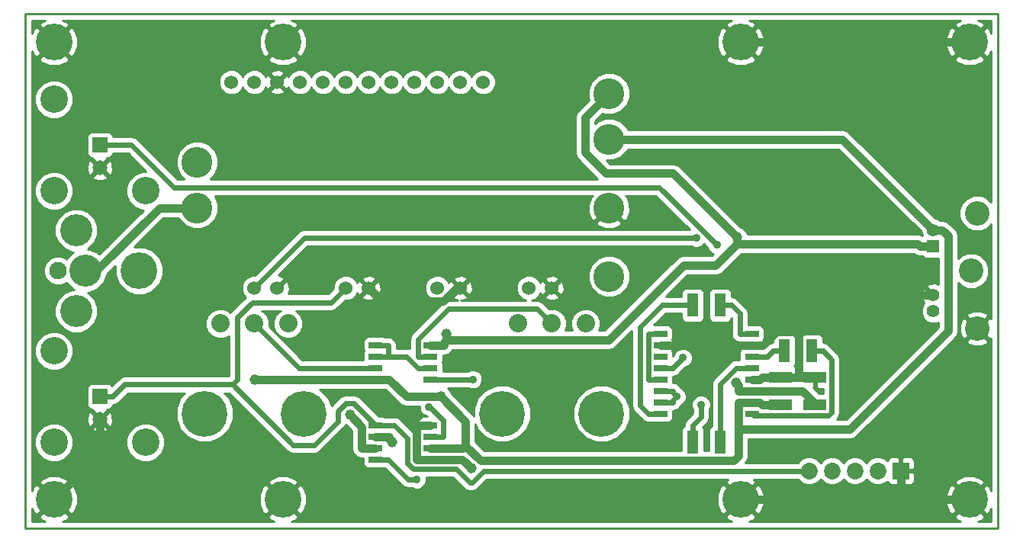
<source format=gtl>
G04 (created by PCBNEW-RS274X (2011-05-25)-stable) date Thu 26 Sep 2013 02:57:48 PM EDT*
G01*
G70*
G90*
%MOIN*%
G04 Gerber Fmt 3.4, Leading zero omitted, Abs format*
%FSLAX34Y34*%
G04 APERTURE LIST*
%ADD10C,0.006000*%
%ADD11C,0.009000*%
%ADD12C,0.107000*%
%ADD13C,0.056000*%
%ADD14R,0.056000X0.056000*%
%ADD15C,0.160000*%
%ADD16C,0.060000*%
%ADD17R,0.060000X0.025000*%
%ADD18R,0.050000X0.100000*%
%ADD19R,0.100000X0.050000*%
%ADD20C,0.200000*%
%ADD21C,0.080000*%
%ADD22C,0.076000*%
%ADD23C,0.140000*%
%ADD24C,0.120000*%
%ADD25R,0.065000X0.065000*%
%ADD26C,0.065000*%
%ADD27C,0.073000*%
%ADD28R,0.073000X0.073000*%
%ADD29C,0.135000*%
%ADD30C,0.046000*%
%ADD31C,0.035000*%
%ADD32C,0.036000*%
%ADD33C,0.024000*%
%ADD34C,0.010000*%
G04 APERTURE END LIST*
G54D10*
G54D11*
X29500Y-30500D02*
X29500Y-53000D01*
X72000Y-30500D02*
X29500Y-30500D01*
X72000Y-53000D02*
X72000Y-30500D01*
X29500Y-53000D02*
X72000Y-53000D01*
G54D12*
X71090Y-44270D03*
X71090Y-39230D03*
G54D13*
X69170Y-43520D03*
X69170Y-39980D03*
X69170Y-42815D03*
G54D14*
X69170Y-40685D03*
G54D12*
X70820Y-41750D03*
G54D15*
X30750Y-51750D03*
X40750Y-51750D03*
X30750Y-31750D03*
X60750Y-51750D03*
X70750Y-31750D03*
X70750Y-51750D03*
G54D16*
X44500Y-42500D03*
X43500Y-42500D03*
X40500Y-42500D03*
X39500Y-42500D03*
X47500Y-42500D03*
X48500Y-42500D03*
X51500Y-42500D03*
X52500Y-42500D03*
X38500Y-33500D03*
X39500Y-33500D03*
X40500Y-33500D03*
X41500Y-33500D03*
X42500Y-33500D03*
X43500Y-33500D03*
X44500Y-33500D03*
X45500Y-33500D03*
X46500Y-33500D03*
X47500Y-33500D03*
X48500Y-33500D03*
X49500Y-33500D03*
G54D17*
X57250Y-44500D03*
X57250Y-45000D03*
X57250Y-45500D03*
X57250Y-46000D03*
X57250Y-46500D03*
X57250Y-47000D03*
X57250Y-47500D03*
X57250Y-48000D03*
X61250Y-48000D03*
X61250Y-47500D03*
X61250Y-47000D03*
X61250Y-46500D03*
X61250Y-46000D03*
X61250Y-45500D03*
X61250Y-45000D03*
X61250Y-44500D03*
G54D18*
X59850Y-43250D03*
X58650Y-43250D03*
X63850Y-45250D03*
X62650Y-45250D03*
X59850Y-49250D03*
X58650Y-49250D03*
G54D19*
X64000Y-47600D03*
X64000Y-46400D03*
X62500Y-47600D03*
X62500Y-46400D03*
G54D20*
X41670Y-48000D03*
X37330Y-48000D03*
G54D21*
X39500Y-44060D03*
X40980Y-44060D03*
X38020Y-44060D03*
G54D20*
X54670Y-48000D03*
X50330Y-48000D03*
G54D21*
X52500Y-44060D03*
X53980Y-44060D03*
X51020Y-44060D03*
G54D15*
X40750Y-31750D03*
G54D22*
X30930Y-41750D03*
G54D23*
X32110Y-41750D03*
G54D15*
X34470Y-41750D03*
G54D23*
X31720Y-39980D03*
X31720Y-43520D03*
G54D24*
X30750Y-38250D03*
X30750Y-34250D03*
G54D25*
X32750Y-36250D03*
G54D26*
X32750Y-37250D03*
G54D24*
X34750Y-38250D03*
X30750Y-49250D03*
X30750Y-45250D03*
G54D25*
X32750Y-47250D03*
G54D26*
X32750Y-48250D03*
G54D24*
X34750Y-49250D03*
G54D27*
X66750Y-50500D03*
X65750Y-50500D03*
G54D28*
X67750Y-50500D03*
G54D27*
X64750Y-50500D03*
X63750Y-50500D03*
G54D15*
X60750Y-31750D03*
G54D29*
X37000Y-39000D03*
X37000Y-37000D03*
X55000Y-34000D03*
X55000Y-36000D03*
X55000Y-39000D03*
X55000Y-42000D03*
G54D17*
X44800Y-45000D03*
X44800Y-45500D03*
X44800Y-46000D03*
X44800Y-46500D03*
X47200Y-46500D03*
X47200Y-46000D03*
X47200Y-45500D03*
X47200Y-45000D03*
X44800Y-48500D03*
X44800Y-49000D03*
X44800Y-49500D03*
X44800Y-50000D03*
X47200Y-50000D03*
X47200Y-49500D03*
X47200Y-49000D03*
X47200Y-48500D03*
G54D30*
X45528Y-49250D03*
X39520Y-46500D03*
X47642Y-47244D03*
G54D31*
X59710Y-40624D03*
X59018Y-47605D03*
X58809Y-40320D03*
X57965Y-47247D03*
X46598Y-50874D03*
G54D30*
X59500Y-37000D03*
X65068Y-41538D03*
X48977Y-50384D03*
G54D31*
X58231Y-45555D03*
X49046Y-46500D03*
X47134Y-47699D03*
G54D30*
X43686Y-48054D03*
X60597Y-40293D03*
X60558Y-46651D03*
X47892Y-44524D03*
G54D32*
X45400Y-49122D02*
X45528Y-49250D01*
X45400Y-49000D02*
X45400Y-49122D01*
X44800Y-49000D02*
X45400Y-49000D01*
X61600Y-47500D02*
X61700Y-47600D01*
X61250Y-47500D02*
X61600Y-47500D01*
X62500Y-47600D02*
X61700Y-47600D01*
X47200Y-49500D02*
X47800Y-49500D01*
X39520Y-46500D02*
X44800Y-46500D01*
X44800Y-46500D02*
X45400Y-46500D01*
X48736Y-48338D02*
X47642Y-47244D01*
X48736Y-49396D02*
X48736Y-48338D01*
X48632Y-49500D02*
X48736Y-49396D01*
X47800Y-49500D02*
X48632Y-49500D01*
X61250Y-47500D02*
X60650Y-47500D01*
X65190Y-36000D02*
X55000Y-36000D01*
X69170Y-39980D02*
X65190Y-36000D01*
X69568Y-39980D02*
X69170Y-39980D01*
X69813Y-40225D02*
X69568Y-39980D01*
X69813Y-44389D02*
X69813Y-40225D01*
X65528Y-48674D02*
X69813Y-44389D01*
X60650Y-48674D02*
X65528Y-48674D01*
X60650Y-49849D02*
X60650Y-48674D01*
X60465Y-50034D02*
X60650Y-49849D01*
X49374Y-50034D02*
X60465Y-50034D01*
X48736Y-49396D02*
X49374Y-50034D01*
X60650Y-48674D02*
X60650Y-47500D01*
X46141Y-47241D02*
X45400Y-46500D01*
X47639Y-47241D02*
X46141Y-47241D01*
X47642Y-47244D02*
X47639Y-47241D01*
G54D33*
X34139Y-36250D02*
X32750Y-36250D01*
X35990Y-38101D02*
X34139Y-36250D01*
X57187Y-38101D02*
X35990Y-38101D01*
X59710Y-40624D02*
X57187Y-38101D01*
X58650Y-49250D02*
X58650Y-48510D01*
X59018Y-48142D02*
X58650Y-48510D01*
X59018Y-47605D02*
X59018Y-48142D01*
X41680Y-40320D02*
X39500Y-42500D01*
X58809Y-40320D02*
X41680Y-40320D01*
X57790Y-47422D02*
X57790Y-47500D01*
X57965Y-47247D02*
X57790Y-47422D01*
X57250Y-47500D02*
X57790Y-47500D01*
X57790Y-47072D02*
X57790Y-47000D01*
X57965Y-47247D02*
X57790Y-47072D01*
X57250Y-47000D02*
X57790Y-47000D01*
X46214Y-50874D02*
X46598Y-50874D01*
X45340Y-50000D02*
X46214Y-50874D01*
X44800Y-50000D02*
X45340Y-50000D01*
X47200Y-45500D02*
X46660Y-45500D01*
X51847Y-43407D02*
X52500Y-44060D01*
X47989Y-43407D02*
X51847Y-43407D01*
X46660Y-44736D02*
X47989Y-43407D01*
X46660Y-45500D02*
X46660Y-44736D01*
X32750Y-47250D02*
X33315Y-47250D01*
X33839Y-46726D02*
X38545Y-46726D01*
X33315Y-47250D02*
X33839Y-46726D01*
X42872Y-43128D02*
X43500Y-42500D01*
X39410Y-43128D02*
X42872Y-43128D01*
X38760Y-43778D02*
X39410Y-43128D01*
X38760Y-46511D02*
X38760Y-43778D01*
X38545Y-46726D02*
X38760Y-46511D01*
X43852Y-47552D02*
X44800Y-48500D01*
X43490Y-47552D02*
X43852Y-47552D01*
X43145Y-47897D02*
X43490Y-47552D01*
X43145Y-48347D02*
X43145Y-47897D01*
X42108Y-49384D02*
X43145Y-48347D01*
X41203Y-49384D02*
X42108Y-49384D01*
X38545Y-46726D02*
X41203Y-49384D01*
X49517Y-50500D02*
X63750Y-50500D01*
X49008Y-51009D02*
X49517Y-50500D01*
X48910Y-51009D02*
X49008Y-51009D01*
X48311Y-50410D02*
X48910Y-51009D01*
X46440Y-50410D02*
X48311Y-50410D01*
X46197Y-50167D02*
X46440Y-50410D01*
X46197Y-49081D02*
X46197Y-50167D01*
X45616Y-48500D02*
X46197Y-49081D01*
X44800Y-48500D02*
X45616Y-48500D01*
G54D32*
X32600Y-41750D02*
X32110Y-41750D01*
X35350Y-39000D02*
X32600Y-41750D01*
X37000Y-39000D02*
X35350Y-39000D01*
X61250Y-45000D02*
X60650Y-45000D01*
X61600Y-46500D02*
X61250Y-46500D01*
X61700Y-46400D02*
X61600Y-46500D01*
X62500Y-46400D02*
X61700Y-46400D01*
X70750Y-31750D02*
X60750Y-31750D01*
X57250Y-45000D02*
X60650Y-45000D01*
X69170Y-42815D02*
X65068Y-42815D01*
X65068Y-42815D02*
X65068Y-41538D01*
X67750Y-50500D02*
X67750Y-51165D01*
X67750Y-51165D02*
X67750Y-51750D01*
X70750Y-51750D02*
X67750Y-51750D01*
X67750Y-51750D02*
X60750Y-51750D01*
X32750Y-49750D02*
X30750Y-51750D01*
X32750Y-48250D02*
X32750Y-49750D01*
X62500Y-46400D02*
X63300Y-46400D01*
X62334Y-44400D02*
X63300Y-44400D01*
X61734Y-45000D02*
X62334Y-44400D01*
X61250Y-45000D02*
X61734Y-45000D01*
X63483Y-44400D02*
X65068Y-42815D01*
X63300Y-44400D02*
X63483Y-44400D01*
X63300Y-44400D02*
X63300Y-46400D01*
X63300Y-46400D02*
X64000Y-46400D01*
X48593Y-50000D02*
X48977Y-50384D01*
X47200Y-50000D02*
X48593Y-50000D01*
X46600Y-48500D02*
X46600Y-50000D01*
X47200Y-48500D02*
X46600Y-48500D01*
X47200Y-50000D02*
X46600Y-50000D01*
X45083Y-43083D02*
X44500Y-42500D01*
X47742Y-43083D02*
X45083Y-43083D01*
X48325Y-42500D02*
X47742Y-43083D01*
X48500Y-42500D02*
X48325Y-42500D01*
G54D33*
X56710Y-46500D02*
X56710Y-44500D01*
X57250Y-46500D02*
X56710Y-46500D01*
X57250Y-44500D02*
X56710Y-44500D01*
X57790Y-45996D02*
X58231Y-45555D01*
X57790Y-46000D02*
X57790Y-45996D01*
X57250Y-46000D02*
X57790Y-46000D01*
X61910Y-45500D02*
X62160Y-45250D01*
X61250Y-45500D02*
X61910Y-45500D01*
X62650Y-45250D02*
X62160Y-45250D01*
X61250Y-46000D02*
X60710Y-46000D01*
X59850Y-49250D02*
X59850Y-48510D01*
X59850Y-46718D02*
X59850Y-48510D01*
X60568Y-46000D02*
X59850Y-46718D01*
X60710Y-46000D02*
X60568Y-46000D01*
X64724Y-45634D02*
X64340Y-45250D01*
X64724Y-47941D02*
X64724Y-45634D01*
X64591Y-48074D02*
X64724Y-47941D01*
X61324Y-48074D02*
X64591Y-48074D01*
X61250Y-48000D02*
X61324Y-48074D01*
X63850Y-45250D02*
X64340Y-45250D01*
X57326Y-43250D02*
X58650Y-43250D01*
X56356Y-44220D02*
X57326Y-43250D01*
X56356Y-47646D02*
X56356Y-44220D01*
X56710Y-48000D02*
X56356Y-47646D01*
X57250Y-48000D02*
X56710Y-48000D01*
X47200Y-46500D02*
X49046Y-46500D01*
X41440Y-46000D02*
X39500Y-44060D01*
X44260Y-46000D02*
X41440Y-46000D01*
X44800Y-46000D02*
X44260Y-46000D01*
X44800Y-45000D02*
X45340Y-45000D01*
X44800Y-45500D02*
X45340Y-45500D01*
X45340Y-45500D02*
X45340Y-45000D01*
X47200Y-46000D02*
X46660Y-46000D01*
X46160Y-45500D02*
X46660Y-46000D01*
X45340Y-45500D02*
X46160Y-45500D01*
X47170Y-47699D02*
X47134Y-47699D01*
X47740Y-48269D02*
X47170Y-47699D01*
X47740Y-49000D02*
X47740Y-48269D01*
X47200Y-49000D02*
X47740Y-49000D01*
X60710Y-43620D02*
X60340Y-43250D01*
X60710Y-44500D02*
X60710Y-43620D01*
X61250Y-44500D02*
X60710Y-44500D01*
X59850Y-43250D02*
X60340Y-43250D01*
G54D32*
X64000Y-47600D02*
X64000Y-47532D01*
X63468Y-47000D02*
X61250Y-47000D01*
X64000Y-47532D02*
X63468Y-47000D01*
X44200Y-48568D02*
X43686Y-48054D01*
X44200Y-49500D02*
X44200Y-48568D01*
X44800Y-49500D02*
X44200Y-49500D01*
X53956Y-35044D02*
X55000Y-34000D01*
X53956Y-36585D02*
X53956Y-35044D01*
X54864Y-37493D02*
X53956Y-36585D01*
X57797Y-37493D02*
X54864Y-37493D01*
X60597Y-40293D02*
X57797Y-37493D01*
X69170Y-40685D02*
X68590Y-40685D01*
X60650Y-46743D02*
X60650Y-47000D01*
X60558Y-46651D02*
X60650Y-46743D01*
X61250Y-47000D02*
X60650Y-47000D01*
X47200Y-45000D02*
X47800Y-45000D01*
X60597Y-40293D02*
X60597Y-40576D01*
X68481Y-40576D02*
X68590Y-40685D01*
X60597Y-40576D02*
X68481Y-40576D01*
X47892Y-44524D02*
X47892Y-44775D01*
X47800Y-44867D02*
X47892Y-44775D01*
X47800Y-45000D02*
X47800Y-44867D01*
X59673Y-41500D02*
X60597Y-40576D01*
X58250Y-41500D02*
X59673Y-41500D01*
X54975Y-44775D02*
X58250Y-41500D01*
X47892Y-44775D02*
X54975Y-44775D01*
G54D10*
G36*
X49121Y-50372D02*
X48959Y-50534D01*
X48573Y-50148D01*
X48453Y-50068D01*
X48428Y-50063D01*
X48311Y-50039D01*
X48306Y-50040D01*
X46593Y-50040D01*
X46567Y-50013D01*
X46567Y-49081D01*
X46539Y-48939D01*
X46459Y-48819D01*
X46456Y-48817D01*
X45878Y-48238D01*
X45758Y-48158D01*
X45733Y-48153D01*
X45616Y-48129D01*
X45611Y-48130D01*
X45159Y-48130D01*
X45150Y-48126D01*
X45051Y-48126D01*
X44949Y-48126D01*
X44114Y-47290D01*
X43994Y-47210D01*
X43969Y-47205D01*
X43852Y-47181D01*
X43847Y-47182D01*
X43490Y-47182D01*
X43489Y-47182D01*
X43348Y-47210D01*
X43228Y-47290D01*
X43226Y-47292D01*
X42883Y-47635D01*
X42875Y-47645D01*
X42730Y-47293D01*
X42379Y-46941D01*
X42352Y-46930D01*
X44800Y-46930D01*
X45222Y-46930D01*
X45836Y-47544D01*
X45837Y-47545D01*
X45976Y-47638D01*
X46140Y-47670D01*
X46141Y-47671D01*
X46709Y-47671D01*
X46709Y-47783D01*
X46773Y-47939D01*
X46893Y-48059D01*
X47049Y-48124D01*
X47071Y-48124D01*
X47072Y-48125D01*
X46851Y-48126D01*
X46759Y-48164D01*
X46689Y-48234D01*
X46651Y-48325D01*
X46651Y-48389D01*
X46712Y-48450D01*
X47100Y-48450D01*
X47150Y-48450D01*
X47250Y-48450D01*
X47250Y-48550D01*
X47150Y-48550D01*
X47100Y-48550D01*
X46712Y-48550D01*
X46651Y-48611D01*
X46651Y-48675D01*
X46682Y-48750D01*
X46651Y-48825D01*
X46651Y-48924D01*
X46651Y-49174D01*
X46682Y-49249D01*
X46651Y-49325D01*
X46651Y-49424D01*
X46651Y-49674D01*
X46682Y-49749D01*
X46651Y-49825D01*
X46651Y-49889D01*
X46712Y-49950D01*
X47100Y-49950D01*
X47150Y-49950D01*
X47250Y-49950D01*
X47300Y-49950D01*
X47688Y-49950D01*
X47708Y-49930D01*
X47800Y-49930D01*
X48632Y-49930D01*
X48657Y-49925D01*
X49070Y-50338D01*
X49121Y-50372D01*
X49121Y-50372D01*
G37*
G54D34*
X49121Y-50372D02*
X48959Y-50534D01*
X48573Y-50148D01*
X48453Y-50068D01*
X48428Y-50063D01*
X48311Y-50039D01*
X48306Y-50040D01*
X46593Y-50040D01*
X46567Y-50013D01*
X46567Y-49081D01*
X46539Y-48939D01*
X46459Y-48819D01*
X46456Y-48817D01*
X45878Y-48238D01*
X45758Y-48158D01*
X45733Y-48153D01*
X45616Y-48129D01*
X45611Y-48130D01*
X45159Y-48130D01*
X45150Y-48126D01*
X45051Y-48126D01*
X44949Y-48126D01*
X44114Y-47290D01*
X43994Y-47210D01*
X43969Y-47205D01*
X43852Y-47181D01*
X43847Y-47182D01*
X43490Y-47182D01*
X43489Y-47182D01*
X43348Y-47210D01*
X43228Y-47290D01*
X43226Y-47292D01*
X42883Y-47635D01*
X42875Y-47645D01*
X42730Y-47293D01*
X42379Y-46941D01*
X42352Y-46930D01*
X44800Y-46930D01*
X45222Y-46930D01*
X45836Y-47544D01*
X45837Y-47545D01*
X45976Y-47638D01*
X46140Y-47670D01*
X46141Y-47671D01*
X46709Y-47671D01*
X46709Y-47783D01*
X46773Y-47939D01*
X46893Y-48059D01*
X47049Y-48124D01*
X47071Y-48124D01*
X47072Y-48125D01*
X46851Y-48126D01*
X46759Y-48164D01*
X46689Y-48234D01*
X46651Y-48325D01*
X46651Y-48389D01*
X46712Y-48450D01*
X47100Y-48450D01*
X47150Y-48450D01*
X47250Y-48450D01*
X47250Y-48550D01*
X47150Y-48550D01*
X47100Y-48550D01*
X46712Y-48550D01*
X46651Y-48611D01*
X46651Y-48675D01*
X46682Y-48750D01*
X46651Y-48825D01*
X46651Y-48924D01*
X46651Y-49174D01*
X46682Y-49249D01*
X46651Y-49325D01*
X46651Y-49424D01*
X46651Y-49674D01*
X46682Y-49749D01*
X46651Y-49825D01*
X46651Y-49889D01*
X46712Y-49950D01*
X47100Y-49950D01*
X47150Y-49950D01*
X47250Y-49950D01*
X47300Y-49950D01*
X47688Y-49950D01*
X47708Y-49930D01*
X47800Y-49930D01*
X48632Y-49930D01*
X48657Y-49925D01*
X49070Y-50338D01*
X49121Y-50372D01*
G54D10*
G36*
X59547Y-41016D02*
X59494Y-41070D01*
X58250Y-41070D01*
X58085Y-41103D01*
X57946Y-41196D01*
X55925Y-43217D01*
X55925Y-42185D01*
X55925Y-41817D01*
X55785Y-41477D01*
X55525Y-41217D01*
X55185Y-41075D01*
X54817Y-41075D01*
X54477Y-41215D01*
X54217Y-41475D01*
X54075Y-41815D01*
X54075Y-42183D01*
X54215Y-42523D01*
X54475Y-42783D01*
X54815Y-42925D01*
X55183Y-42925D01*
X55523Y-42785D01*
X55783Y-42525D01*
X55925Y-42185D01*
X55925Y-43217D01*
X54797Y-44345D01*
X54564Y-44345D01*
X54629Y-44189D01*
X54629Y-43931D01*
X54530Y-43692D01*
X54348Y-43510D01*
X54109Y-43411D01*
X53851Y-43411D01*
X53612Y-43510D01*
X53430Y-43692D01*
X53331Y-43931D01*
X53331Y-44189D01*
X53395Y-44345D01*
X53084Y-44345D01*
X53149Y-44189D01*
X53149Y-43931D01*
X53050Y-43692D01*
X53043Y-43685D01*
X53043Y-42579D01*
X53032Y-42366D01*
X52972Y-42219D01*
X52878Y-42192D01*
X52808Y-42262D01*
X52808Y-42122D01*
X52781Y-42028D01*
X52579Y-41957D01*
X52366Y-41968D01*
X52219Y-42028D01*
X52192Y-42122D01*
X52500Y-42429D01*
X52808Y-42122D01*
X52808Y-42262D01*
X52571Y-42500D01*
X52878Y-42808D01*
X52972Y-42781D01*
X53043Y-42579D01*
X53043Y-43685D01*
X52868Y-43510D01*
X52808Y-43485D01*
X52808Y-42878D01*
X52500Y-42571D01*
X52192Y-42878D01*
X52219Y-42972D01*
X52421Y-43043D01*
X52634Y-43032D01*
X52781Y-42972D01*
X52808Y-42878D01*
X52808Y-43485D01*
X52629Y-43411D01*
X52374Y-43411D01*
X52109Y-43145D01*
X51989Y-43065D01*
X51964Y-43060D01*
X51847Y-43036D01*
X51842Y-43037D01*
X51637Y-43037D01*
X51811Y-42965D01*
X51965Y-42811D01*
X52002Y-42719D01*
X52028Y-42781D01*
X52122Y-42808D01*
X52429Y-42500D01*
X52122Y-42192D01*
X52028Y-42219D01*
X52004Y-42284D01*
X51965Y-42189D01*
X51811Y-42035D01*
X51609Y-41951D01*
X51391Y-41951D01*
X51189Y-42035D01*
X51035Y-42189D01*
X50951Y-42391D01*
X50951Y-42609D01*
X51035Y-42811D01*
X51189Y-42965D01*
X51362Y-43037D01*
X49043Y-43037D01*
X49043Y-42579D01*
X49032Y-42366D01*
X48972Y-42219D01*
X48878Y-42192D01*
X48808Y-42262D01*
X48808Y-42122D01*
X48781Y-42028D01*
X48579Y-41957D01*
X48366Y-41968D01*
X48219Y-42028D01*
X48192Y-42122D01*
X48500Y-42429D01*
X48808Y-42122D01*
X48808Y-42262D01*
X48571Y-42500D01*
X48878Y-42808D01*
X48972Y-42781D01*
X49043Y-42579D01*
X49043Y-43037D01*
X48537Y-43037D01*
X48634Y-43032D01*
X48781Y-42972D01*
X48808Y-42878D01*
X48500Y-42571D01*
X48429Y-42641D01*
X48429Y-42500D01*
X48122Y-42192D01*
X48028Y-42219D01*
X48004Y-42284D01*
X47965Y-42189D01*
X47811Y-42035D01*
X47609Y-41951D01*
X47391Y-41951D01*
X47189Y-42035D01*
X47035Y-42189D01*
X46951Y-42391D01*
X46951Y-42609D01*
X47035Y-42811D01*
X47189Y-42965D01*
X47391Y-43049D01*
X47609Y-43049D01*
X47811Y-42965D01*
X47965Y-42811D01*
X48002Y-42719D01*
X48028Y-42781D01*
X48122Y-42808D01*
X48429Y-42500D01*
X48429Y-42641D01*
X48192Y-42878D01*
X48219Y-42972D01*
X48403Y-43037D01*
X47989Y-43037D01*
X47847Y-43065D01*
X47727Y-43145D01*
X47725Y-43147D01*
X46398Y-44474D01*
X46318Y-44594D01*
X46313Y-44618D01*
X46289Y-44736D01*
X46290Y-44740D01*
X46290Y-45155D01*
X46277Y-45153D01*
X46160Y-45129D01*
X46155Y-45130D01*
X45710Y-45130D01*
X45710Y-45000D01*
X45682Y-44858D01*
X45602Y-44738D01*
X45482Y-44658D01*
X45340Y-44630D01*
X45159Y-44630D01*
X45150Y-44626D01*
X45051Y-44626D01*
X45043Y-44626D01*
X45043Y-42579D01*
X45032Y-42366D01*
X44972Y-42219D01*
X44878Y-42192D01*
X44808Y-42262D01*
X44808Y-42122D01*
X44781Y-42028D01*
X44579Y-41957D01*
X44366Y-41968D01*
X44219Y-42028D01*
X44192Y-42122D01*
X44500Y-42429D01*
X44808Y-42122D01*
X44808Y-42262D01*
X44571Y-42500D01*
X44878Y-42808D01*
X44972Y-42781D01*
X45043Y-42579D01*
X45043Y-44626D01*
X44808Y-44626D01*
X44808Y-42878D01*
X44500Y-42571D01*
X44192Y-42878D01*
X44219Y-42972D01*
X44421Y-43043D01*
X44634Y-43032D01*
X44781Y-42972D01*
X44808Y-42878D01*
X44808Y-44626D01*
X44451Y-44626D01*
X44359Y-44664D01*
X44289Y-44734D01*
X44251Y-44825D01*
X44251Y-44924D01*
X44251Y-45174D01*
X44282Y-45249D01*
X44251Y-45325D01*
X44251Y-45424D01*
X44251Y-45630D01*
X41593Y-45630D01*
X40149Y-44185D01*
X40149Y-43931D01*
X40050Y-43692D01*
X39868Y-43510D01*
X39839Y-43498D01*
X40640Y-43498D01*
X40612Y-43510D01*
X40430Y-43692D01*
X40331Y-43931D01*
X40331Y-44189D01*
X40430Y-44428D01*
X40612Y-44610D01*
X40851Y-44709D01*
X41109Y-44709D01*
X41348Y-44610D01*
X41530Y-44428D01*
X41629Y-44189D01*
X41629Y-43931D01*
X41530Y-43692D01*
X41348Y-43510D01*
X41319Y-43498D01*
X42867Y-43498D01*
X42872Y-43499D01*
X42872Y-43498D01*
X42989Y-43474D01*
X43013Y-43470D01*
X43014Y-43470D01*
X43134Y-43390D01*
X43475Y-43049D01*
X43609Y-43049D01*
X43811Y-42965D01*
X43965Y-42811D01*
X44002Y-42719D01*
X44028Y-42781D01*
X44122Y-42808D01*
X44429Y-42500D01*
X44122Y-42192D01*
X44028Y-42219D01*
X44004Y-42284D01*
X43965Y-42189D01*
X43811Y-42035D01*
X43609Y-41951D01*
X43391Y-41951D01*
X43189Y-42035D01*
X43035Y-42189D01*
X42951Y-42391D01*
X42951Y-42525D01*
X42718Y-42758D01*
X40980Y-42758D01*
X41043Y-42579D01*
X41032Y-42366D01*
X40972Y-42219D01*
X40878Y-42192D01*
X40571Y-42500D01*
X40500Y-42571D01*
X40429Y-42500D01*
X40500Y-42429D01*
X40535Y-42394D01*
X40808Y-42122D01*
X40781Y-42028D01*
X40579Y-41957D01*
X40565Y-41957D01*
X41833Y-40690D01*
X58592Y-40690D01*
X58724Y-40745D01*
X58893Y-40745D01*
X59049Y-40681D01*
X59146Y-40584D01*
X59295Y-40733D01*
X59349Y-40864D01*
X59469Y-40984D01*
X59547Y-41016D01*
X59547Y-41016D01*
G37*
G54D34*
X59547Y-41016D02*
X59494Y-41070D01*
X58250Y-41070D01*
X58085Y-41103D01*
X57946Y-41196D01*
X55925Y-43217D01*
X55925Y-42185D01*
X55925Y-41817D01*
X55785Y-41477D01*
X55525Y-41217D01*
X55185Y-41075D01*
X54817Y-41075D01*
X54477Y-41215D01*
X54217Y-41475D01*
X54075Y-41815D01*
X54075Y-42183D01*
X54215Y-42523D01*
X54475Y-42783D01*
X54815Y-42925D01*
X55183Y-42925D01*
X55523Y-42785D01*
X55783Y-42525D01*
X55925Y-42185D01*
X55925Y-43217D01*
X54797Y-44345D01*
X54564Y-44345D01*
X54629Y-44189D01*
X54629Y-43931D01*
X54530Y-43692D01*
X54348Y-43510D01*
X54109Y-43411D01*
X53851Y-43411D01*
X53612Y-43510D01*
X53430Y-43692D01*
X53331Y-43931D01*
X53331Y-44189D01*
X53395Y-44345D01*
X53084Y-44345D01*
X53149Y-44189D01*
X53149Y-43931D01*
X53050Y-43692D01*
X53043Y-43685D01*
X53043Y-42579D01*
X53032Y-42366D01*
X52972Y-42219D01*
X52878Y-42192D01*
X52808Y-42262D01*
X52808Y-42122D01*
X52781Y-42028D01*
X52579Y-41957D01*
X52366Y-41968D01*
X52219Y-42028D01*
X52192Y-42122D01*
X52500Y-42429D01*
X52808Y-42122D01*
X52808Y-42262D01*
X52571Y-42500D01*
X52878Y-42808D01*
X52972Y-42781D01*
X53043Y-42579D01*
X53043Y-43685D01*
X52868Y-43510D01*
X52808Y-43485D01*
X52808Y-42878D01*
X52500Y-42571D01*
X52192Y-42878D01*
X52219Y-42972D01*
X52421Y-43043D01*
X52634Y-43032D01*
X52781Y-42972D01*
X52808Y-42878D01*
X52808Y-43485D01*
X52629Y-43411D01*
X52374Y-43411D01*
X52109Y-43145D01*
X51989Y-43065D01*
X51964Y-43060D01*
X51847Y-43036D01*
X51842Y-43037D01*
X51637Y-43037D01*
X51811Y-42965D01*
X51965Y-42811D01*
X52002Y-42719D01*
X52028Y-42781D01*
X52122Y-42808D01*
X52429Y-42500D01*
X52122Y-42192D01*
X52028Y-42219D01*
X52004Y-42284D01*
X51965Y-42189D01*
X51811Y-42035D01*
X51609Y-41951D01*
X51391Y-41951D01*
X51189Y-42035D01*
X51035Y-42189D01*
X50951Y-42391D01*
X50951Y-42609D01*
X51035Y-42811D01*
X51189Y-42965D01*
X51362Y-43037D01*
X49043Y-43037D01*
X49043Y-42579D01*
X49032Y-42366D01*
X48972Y-42219D01*
X48878Y-42192D01*
X48808Y-42262D01*
X48808Y-42122D01*
X48781Y-42028D01*
X48579Y-41957D01*
X48366Y-41968D01*
X48219Y-42028D01*
X48192Y-42122D01*
X48500Y-42429D01*
X48808Y-42122D01*
X48808Y-42262D01*
X48571Y-42500D01*
X48878Y-42808D01*
X48972Y-42781D01*
X49043Y-42579D01*
X49043Y-43037D01*
X48537Y-43037D01*
X48634Y-43032D01*
X48781Y-42972D01*
X48808Y-42878D01*
X48500Y-42571D01*
X48429Y-42641D01*
X48429Y-42500D01*
X48122Y-42192D01*
X48028Y-42219D01*
X48004Y-42284D01*
X47965Y-42189D01*
X47811Y-42035D01*
X47609Y-41951D01*
X47391Y-41951D01*
X47189Y-42035D01*
X47035Y-42189D01*
X46951Y-42391D01*
X46951Y-42609D01*
X47035Y-42811D01*
X47189Y-42965D01*
X47391Y-43049D01*
X47609Y-43049D01*
X47811Y-42965D01*
X47965Y-42811D01*
X48002Y-42719D01*
X48028Y-42781D01*
X48122Y-42808D01*
X48429Y-42500D01*
X48429Y-42641D01*
X48192Y-42878D01*
X48219Y-42972D01*
X48403Y-43037D01*
X47989Y-43037D01*
X47847Y-43065D01*
X47727Y-43145D01*
X47725Y-43147D01*
X46398Y-44474D01*
X46318Y-44594D01*
X46313Y-44618D01*
X46289Y-44736D01*
X46290Y-44740D01*
X46290Y-45155D01*
X46277Y-45153D01*
X46160Y-45129D01*
X46155Y-45130D01*
X45710Y-45130D01*
X45710Y-45000D01*
X45682Y-44858D01*
X45602Y-44738D01*
X45482Y-44658D01*
X45340Y-44630D01*
X45159Y-44630D01*
X45150Y-44626D01*
X45051Y-44626D01*
X45043Y-44626D01*
X45043Y-42579D01*
X45032Y-42366D01*
X44972Y-42219D01*
X44878Y-42192D01*
X44808Y-42262D01*
X44808Y-42122D01*
X44781Y-42028D01*
X44579Y-41957D01*
X44366Y-41968D01*
X44219Y-42028D01*
X44192Y-42122D01*
X44500Y-42429D01*
X44808Y-42122D01*
X44808Y-42262D01*
X44571Y-42500D01*
X44878Y-42808D01*
X44972Y-42781D01*
X45043Y-42579D01*
X45043Y-44626D01*
X44808Y-44626D01*
X44808Y-42878D01*
X44500Y-42571D01*
X44192Y-42878D01*
X44219Y-42972D01*
X44421Y-43043D01*
X44634Y-43032D01*
X44781Y-42972D01*
X44808Y-42878D01*
X44808Y-44626D01*
X44451Y-44626D01*
X44359Y-44664D01*
X44289Y-44734D01*
X44251Y-44825D01*
X44251Y-44924D01*
X44251Y-45174D01*
X44282Y-45249D01*
X44251Y-45325D01*
X44251Y-45424D01*
X44251Y-45630D01*
X41593Y-45630D01*
X40149Y-44185D01*
X40149Y-43931D01*
X40050Y-43692D01*
X39868Y-43510D01*
X39839Y-43498D01*
X40640Y-43498D01*
X40612Y-43510D01*
X40430Y-43692D01*
X40331Y-43931D01*
X40331Y-44189D01*
X40430Y-44428D01*
X40612Y-44610D01*
X40851Y-44709D01*
X41109Y-44709D01*
X41348Y-44610D01*
X41530Y-44428D01*
X41629Y-44189D01*
X41629Y-43931D01*
X41530Y-43692D01*
X41348Y-43510D01*
X41319Y-43498D01*
X42867Y-43498D01*
X42872Y-43499D01*
X42872Y-43498D01*
X42989Y-43474D01*
X43013Y-43470D01*
X43014Y-43470D01*
X43134Y-43390D01*
X43475Y-43049D01*
X43609Y-43049D01*
X43811Y-42965D01*
X43965Y-42811D01*
X44002Y-42719D01*
X44028Y-42781D01*
X44122Y-42808D01*
X44429Y-42500D01*
X44122Y-42192D01*
X44028Y-42219D01*
X44004Y-42284D01*
X43965Y-42189D01*
X43811Y-42035D01*
X43609Y-41951D01*
X43391Y-41951D01*
X43189Y-42035D01*
X43035Y-42189D01*
X42951Y-42391D01*
X42951Y-42525D01*
X42718Y-42758D01*
X40980Y-42758D01*
X41043Y-42579D01*
X41032Y-42366D01*
X40972Y-42219D01*
X40878Y-42192D01*
X40571Y-42500D01*
X40500Y-42571D01*
X40429Y-42500D01*
X40500Y-42429D01*
X40535Y-42394D01*
X40808Y-42122D01*
X40781Y-42028D01*
X40579Y-41957D01*
X40565Y-41957D01*
X41833Y-40690D01*
X58592Y-40690D01*
X58724Y-40745D01*
X58893Y-40745D01*
X59049Y-40681D01*
X59146Y-40584D01*
X59295Y-40733D01*
X59349Y-40864D01*
X59469Y-40984D01*
X59547Y-41016D01*
G54D10*
G36*
X61300Y-46550D02*
X61200Y-46550D01*
X61200Y-46450D01*
X61300Y-46450D01*
X61300Y-46550D01*
X61300Y-46550D01*
G37*
G54D34*
X61300Y-46550D02*
X61200Y-46550D01*
X61200Y-46450D01*
X61300Y-46450D01*
X61300Y-46550D01*
G54D10*
G36*
X64354Y-47101D02*
X64177Y-47101D01*
X63932Y-46856D01*
X63950Y-46838D01*
X63950Y-46450D01*
X63312Y-46450D01*
X63250Y-46512D01*
X63188Y-46450D01*
X62600Y-46450D01*
X62550Y-46450D01*
X62450Y-46450D01*
X62450Y-46350D01*
X62550Y-46350D01*
X62600Y-46350D01*
X63188Y-46350D01*
X63250Y-46288D01*
X63312Y-46350D01*
X63900Y-46350D01*
X63950Y-46350D01*
X64050Y-46350D01*
X64050Y-46450D01*
X64050Y-46500D01*
X64050Y-46838D01*
X64112Y-46900D01*
X64354Y-46899D01*
X64354Y-47101D01*
X64354Y-47101D01*
G37*
G54D34*
X64354Y-47101D02*
X64177Y-47101D01*
X63932Y-46856D01*
X63950Y-46838D01*
X63950Y-46450D01*
X63312Y-46450D01*
X63250Y-46512D01*
X63188Y-46450D01*
X62600Y-46450D01*
X62550Y-46450D01*
X62450Y-46450D01*
X62450Y-46350D01*
X62550Y-46350D01*
X62600Y-46350D01*
X63188Y-46350D01*
X63250Y-46288D01*
X63312Y-46350D01*
X63900Y-46350D01*
X63950Y-46350D01*
X64050Y-46350D01*
X64050Y-46450D01*
X64050Y-46500D01*
X64050Y-46838D01*
X64112Y-46900D01*
X64354Y-46899D01*
X64354Y-47101D01*
G54D10*
G36*
X68691Y-40209D02*
X68646Y-40179D01*
X68481Y-40146D01*
X61055Y-40146D01*
X61004Y-40022D01*
X60869Y-39886D01*
X60747Y-39835D01*
X58101Y-37189D01*
X57962Y-37096D01*
X57797Y-37063D01*
X55042Y-37063D01*
X54904Y-36925D01*
X55183Y-36925D01*
X55523Y-36785D01*
X55783Y-36525D01*
X55822Y-36430D01*
X65012Y-36430D01*
X68640Y-40058D01*
X68640Y-40085D01*
X68691Y-40209D01*
X68691Y-40209D01*
G37*
G54D34*
X68691Y-40209D02*
X68646Y-40179D01*
X68481Y-40146D01*
X61055Y-40146D01*
X61004Y-40022D01*
X60869Y-39886D01*
X60747Y-39835D01*
X58101Y-37189D01*
X57962Y-37096D01*
X57797Y-37063D01*
X55042Y-37063D01*
X54904Y-36925D01*
X55183Y-36925D01*
X55523Y-36785D01*
X55783Y-36525D01*
X55822Y-36430D01*
X65012Y-36430D01*
X68640Y-40058D01*
X68640Y-40085D01*
X68691Y-40209D01*
G54D10*
G36*
X69383Y-44211D02*
X65350Y-48244D01*
X64945Y-48244D01*
X64986Y-48203D01*
X65066Y-48083D01*
X65066Y-48082D01*
X65094Y-47941D01*
X65094Y-45634D01*
X65066Y-45493D01*
X65066Y-45492D01*
X64986Y-45372D01*
X64602Y-44988D01*
X64482Y-44908D01*
X64457Y-44903D01*
X64349Y-44881D01*
X64349Y-44880D01*
X64349Y-44701D01*
X64311Y-44609D01*
X64241Y-44539D01*
X64150Y-44501D01*
X64051Y-44501D01*
X63551Y-44501D01*
X63459Y-44539D01*
X63389Y-44609D01*
X63351Y-44700D01*
X63351Y-44799D01*
X63351Y-45799D01*
X63389Y-45891D01*
X63414Y-45916D01*
X63359Y-45939D01*
X63289Y-46009D01*
X63251Y-46101D01*
X63250Y-46288D01*
X63249Y-46101D01*
X63211Y-46009D01*
X63141Y-45939D01*
X63085Y-45916D01*
X63111Y-45891D01*
X63149Y-45800D01*
X63149Y-45701D01*
X63149Y-44701D01*
X63111Y-44609D01*
X63041Y-44539D01*
X62950Y-44501D01*
X62851Y-44501D01*
X62351Y-44501D01*
X62259Y-44539D01*
X62189Y-44609D01*
X62151Y-44700D01*
X62151Y-44799D01*
X62151Y-44881D01*
X62018Y-44908D01*
X61898Y-44988D01*
X61896Y-44990D01*
X61799Y-45087D01*
X61799Y-44889D01*
X61799Y-44825D01*
X61767Y-44750D01*
X61799Y-44675D01*
X61799Y-44576D01*
X61799Y-44326D01*
X61761Y-44234D01*
X61691Y-44164D01*
X61600Y-44126D01*
X61501Y-44126D01*
X61080Y-44126D01*
X61080Y-43620D01*
X61052Y-43478D01*
X60972Y-43358D01*
X60969Y-43356D01*
X60602Y-42988D01*
X60482Y-42908D01*
X60457Y-42903D01*
X60349Y-42881D01*
X60349Y-42880D01*
X60349Y-42701D01*
X60311Y-42609D01*
X60241Y-42539D01*
X60150Y-42501D01*
X60051Y-42501D01*
X59551Y-42501D01*
X59459Y-42539D01*
X59389Y-42609D01*
X59351Y-42700D01*
X59351Y-42799D01*
X59351Y-43799D01*
X59389Y-43891D01*
X59459Y-43961D01*
X59550Y-43999D01*
X59649Y-43999D01*
X60149Y-43999D01*
X60241Y-43961D01*
X60311Y-43891D01*
X60340Y-43821D01*
X60340Y-44500D01*
X60368Y-44642D01*
X60448Y-44762D01*
X60568Y-44842D01*
X60701Y-44868D01*
X60701Y-44889D01*
X60762Y-44950D01*
X61150Y-44950D01*
X61200Y-44950D01*
X61300Y-44950D01*
X61350Y-44950D01*
X61738Y-44950D01*
X61799Y-44889D01*
X61799Y-45087D01*
X61787Y-45099D01*
X61738Y-45050D01*
X61350Y-45050D01*
X61300Y-45050D01*
X61200Y-45050D01*
X61150Y-45050D01*
X60762Y-45050D01*
X60701Y-45111D01*
X60701Y-45175D01*
X60732Y-45250D01*
X60701Y-45325D01*
X60701Y-45424D01*
X60701Y-45630D01*
X60568Y-45630D01*
X60426Y-45658D01*
X60306Y-45738D01*
X60304Y-45740D01*
X59588Y-46456D01*
X59508Y-46576D01*
X59503Y-46600D01*
X59479Y-46718D01*
X59480Y-46722D01*
X59480Y-48510D01*
X59480Y-48530D01*
X59459Y-48539D01*
X59389Y-48609D01*
X59351Y-48700D01*
X59351Y-48799D01*
X59351Y-49604D01*
X59149Y-49604D01*
X59149Y-48701D01*
X59111Y-48609D01*
X59092Y-48590D01*
X59277Y-48405D01*
X59279Y-48404D01*
X59280Y-48404D01*
X59360Y-48284D01*
X59388Y-48142D01*
X59388Y-47822D01*
X59443Y-47690D01*
X59443Y-47521D01*
X59379Y-47365D01*
X59259Y-47245D01*
X59103Y-47180D01*
X58934Y-47180D01*
X58778Y-47244D01*
X58658Y-47364D01*
X58593Y-47520D01*
X58593Y-47689D01*
X58648Y-47823D01*
X58648Y-47988D01*
X58388Y-48248D01*
X58308Y-48368D01*
X58303Y-48392D01*
X58279Y-48510D01*
X58280Y-48514D01*
X58280Y-48530D01*
X58259Y-48539D01*
X58189Y-48609D01*
X58151Y-48700D01*
X58151Y-48799D01*
X58151Y-49604D01*
X55920Y-49604D01*
X55920Y-47753D01*
X55730Y-47293D01*
X55379Y-46941D01*
X54920Y-46751D01*
X54423Y-46750D01*
X53963Y-46940D01*
X53611Y-47291D01*
X53421Y-47750D01*
X53420Y-48247D01*
X53610Y-48707D01*
X53961Y-49059D01*
X54420Y-49249D01*
X54917Y-49250D01*
X55377Y-49060D01*
X55729Y-48709D01*
X55919Y-48250D01*
X55920Y-47753D01*
X55920Y-49604D01*
X49552Y-49604D01*
X49166Y-49218D01*
X49166Y-48455D01*
X49270Y-48707D01*
X49621Y-49059D01*
X50080Y-49249D01*
X50577Y-49250D01*
X51037Y-49060D01*
X51389Y-48709D01*
X51579Y-48250D01*
X51580Y-47753D01*
X51390Y-47293D01*
X51039Y-46941D01*
X50580Y-46751D01*
X50083Y-46750D01*
X49623Y-46940D01*
X49271Y-47291D01*
X49081Y-47750D01*
X49080Y-48094D01*
X49040Y-48034D01*
X48098Y-47092D01*
X48049Y-46973D01*
X47946Y-46870D01*
X48829Y-46870D01*
X48961Y-46925D01*
X49130Y-46925D01*
X49286Y-46861D01*
X49406Y-46741D01*
X49471Y-46585D01*
X49471Y-46416D01*
X49407Y-46260D01*
X49287Y-46140D01*
X49131Y-46075D01*
X48962Y-46075D01*
X48827Y-46130D01*
X47749Y-46130D01*
X47749Y-46076D01*
X47749Y-45826D01*
X47717Y-45750D01*
X47749Y-45675D01*
X47749Y-45576D01*
X47749Y-45430D01*
X47800Y-45430D01*
X47965Y-45397D01*
X48104Y-45304D01*
X48170Y-45205D01*
X54975Y-45205D01*
X55139Y-45172D01*
X55140Y-45172D01*
X55279Y-45079D01*
X55986Y-44372D01*
X55986Y-47641D01*
X55985Y-47646D01*
X56009Y-47763D01*
X56014Y-47788D01*
X56094Y-47908D01*
X56446Y-48259D01*
X56448Y-48262D01*
X56568Y-48342D01*
X56710Y-48370D01*
X56890Y-48370D01*
X56900Y-48374D01*
X56999Y-48374D01*
X57599Y-48374D01*
X57691Y-48336D01*
X57761Y-48266D01*
X57799Y-48175D01*
X57799Y-48076D01*
X57799Y-47868D01*
X57932Y-47842D01*
X58052Y-47762D01*
X58132Y-47642D01*
X58132Y-47637D01*
X58205Y-47608D01*
X58325Y-47488D01*
X58390Y-47332D01*
X58390Y-47163D01*
X58326Y-47007D01*
X58206Y-46887D01*
X58130Y-46855D01*
X58052Y-46738D01*
X57932Y-46658D01*
X57799Y-46631D01*
X57799Y-46576D01*
X57799Y-46368D01*
X57932Y-46342D01*
X58052Y-46262D01*
X58060Y-46249D01*
X58339Y-45970D01*
X58471Y-45916D01*
X58591Y-45796D01*
X58656Y-45640D01*
X58656Y-45471D01*
X58592Y-45315D01*
X58472Y-45195D01*
X58316Y-45130D01*
X58147Y-45130D01*
X57991Y-45194D01*
X57871Y-45314D01*
X57815Y-45447D01*
X57799Y-45463D01*
X57799Y-45326D01*
X57767Y-45250D01*
X57799Y-45175D01*
X57799Y-45111D01*
X57738Y-45050D01*
X57350Y-45050D01*
X57300Y-45050D01*
X57200Y-45050D01*
X57200Y-44950D01*
X57300Y-44950D01*
X57350Y-44950D01*
X57738Y-44950D01*
X57799Y-44889D01*
X57799Y-44825D01*
X57767Y-44750D01*
X57799Y-44675D01*
X57799Y-44576D01*
X57799Y-44326D01*
X57761Y-44234D01*
X57691Y-44164D01*
X57600Y-44126D01*
X57501Y-44126D01*
X56973Y-44126D01*
X57479Y-43620D01*
X58151Y-43620D01*
X58151Y-43799D01*
X58189Y-43891D01*
X58259Y-43961D01*
X58350Y-43999D01*
X58449Y-43999D01*
X58949Y-43999D01*
X59041Y-43961D01*
X59111Y-43891D01*
X59149Y-43800D01*
X59149Y-43701D01*
X59149Y-42701D01*
X59111Y-42609D01*
X59041Y-42539D01*
X58950Y-42501D01*
X58851Y-42501D01*
X58351Y-42501D01*
X58259Y-42539D01*
X58189Y-42609D01*
X58151Y-42700D01*
X58151Y-42799D01*
X58151Y-42880D01*
X57478Y-42880D01*
X58428Y-41930D01*
X59673Y-41930D01*
X59837Y-41897D01*
X59838Y-41897D01*
X59977Y-41804D01*
X60775Y-41006D01*
X68311Y-41006D01*
X68425Y-41082D01*
X68426Y-41082D01*
X68590Y-41115D01*
X68688Y-41115D01*
X68749Y-41176D01*
X68840Y-41214D01*
X68939Y-41214D01*
X69383Y-41214D01*
X69383Y-42339D01*
X69244Y-42291D01*
X69038Y-42302D01*
X68901Y-42359D01*
X68877Y-42451D01*
X69135Y-42709D01*
X69170Y-42744D01*
X69241Y-42815D01*
X69170Y-42886D01*
X69099Y-42815D01*
X69064Y-42780D01*
X68806Y-42522D01*
X68714Y-42546D01*
X68646Y-42741D01*
X68657Y-42947D01*
X68714Y-43084D01*
X68749Y-43093D01*
X68718Y-43125D01*
X68766Y-43173D01*
X68721Y-43219D01*
X68640Y-43414D01*
X68640Y-43625D01*
X68721Y-43820D01*
X68869Y-43969D01*
X69064Y-44050D01*
X69275Y-44050D01*
X69383Y-44005D01*
X69383Y-44211D01*
X69383Y-44211D01*
G37*
G54D34*
X69383Y-44211D02*
X65350Y-48244D01*
X64945Y-48244D01*
X64986Y-48203D01*
X65066Y-48083D01*
X65066Y-48082D01*
X65094Y-47941D01*
X65094Y-45634D01*
X65066Y-45493D01*
X65066Y-45492D01*
X64986Y-45372D01*
X64602Y-44988D01*
X64482Y-44908D01*
X64457Y-44903D01*
X64349Y-44881D01*
X64349Y-44880D01*
X64349Y-44701D01*
X64311Y-44609D01*
X64241Y-44539D01*
X64150Y-44501D01*
X64051Y-44501D01*
X63551Y-44501D01*
X63459Y-44539D01*
X63389Y-44609D01*
X63351Y-44700D01*
X63351Y-44799D01*
X63351Y-45799D01*
X63389Y-45891D01*
X63414Y-45916D01*
X63359Y-45939D01*
X63289Y-46009D01*
X63251Y-46101D01*
X63250Y-46288D01*
X63249Y-46101D01*
X63211Y-46009D01*
X63141Y-45939D01*
X63085Y-45916D01*
X63111Y-45891D01*
X63149Y-45800D01*
X63149Y-45701D01*
X63149Y-44701D01*
X63111Y-44609D01*
X63041Y-44539D01*
X62950Y-44501D01*
X62851Y-44501D01*
X62351Y-44501D01*
X62259Y-44539D01*
X62189Y-44609D01*
X62151Y-44700D01*
X62151Y-44799D01*
X62151Y-44881D01*
X62018Y-44908D01*
X61898Y-44988D01*
X61896Y-44990D01*
X61799Y-45087D01*
X61799Y-44889D01*
X61799Y-44825D01*
X61767Y-44750D01*
X61799Y-44675D01*
X61799Y-44576D01*
X61799Y-44326D01*
X61761Y-44234D01*
X61691Y-44164D01*
X61600Y-44126D01*
X61501Y-44126D01*
X61080Y-44126D01*
X61080Y-43620D01*
X61052Y-43478D01*
X60972Y-43358D01*
X60969Y-43356D01*
X60602Y-42988D01*
X60482Y-42908D01*
X60457Y-42903D01*
X60349Y-42881D01*
X60349Y-42880D01*
X60349Y-42701D01*
X60311Y-42609D01*
X60241Y-42539D01*
X60150Y-42501D01*
X60051Y-42501D01*
X59551Y-42501D01*
X59459Y-42539D01*
X59389Y-42609D01*
X59351Y-42700D01*
X59351Y-42799D01*
X59351Y-43799D01*
X59389Y-43891D01*
X59459Y-43961D01*
X59550Y-43999D01*
X59649Y-43999D01*
X60149Y-43999D01*
X60241Y-43961D01*
X60311Y-43891D01*
X60340Y-43821D01*
X60340Y-44500D01*
X60368Y-44642D01*
X60448Y-44762D01*
X60568Y-44842D01*
X60701Y-44868D01*
X60701Y-44889D01*
X60762Y-44950D01*
X61150Y-44950D01*
X61200Y-44950D01*
X61300Y-44950D01*
X61350Y-44950D01*
X61738Y-44950D01*
X61799Y-44889D01*
X61799Y-45087D01*
X61787Y-45099D01*
X61738Y-45050D01*
X61350Y-45050D01*
X61300Y-45050D01*
X61200Y-45050D01*
X61150Y-45050D01*
X60762Y-45050D01*
X60701Y-45111D01*
X60701Y-45175D01*
X60732Y-45250D01*
X60701Y-45325D01*
X60701Y-45424D01*
X60701Y-45630D01*
X60568Y-45630D01*
X60426Y-45658D01*
X60306Y-45738D01*
X60304Y-45740D01*
X59588Y-46456D01*
X59508Y-46576D01*
X59503Y-46600D01*
X59479Y-46718D01*
X59480Y-46722D01*
X59480Y-48510D01*
X59480Y-48530D01*
X59459Y-48539D01*
X59389Y-48609D01*
X59351Y-48700D01*
X59351Y-48799D01*
X59351Y-49604D01*
X59149Y-49604D01*
X59149Y-48701D01*
X59111Y-48609D01*
X59092Y-48590D01*
X59277Y-48405D01*
X59279Y-48404D01*
X59280Y-48404D01*
X59360Y-48284D01*
X59388Y-48142D01*
X59388Y-47822D01*
X59443Y-47690D01*
X59443Y-47521D01*
X59379Y-47365D01*
X59259Y-47245D01*
X59103Y-47180D01*
X58934Y-47180D01*
X58778Y-47244D01*
X58658Y-47364D01*
X58593Y-47520D01*
X58593Y-47689D01*
X58648Y-47823D01*
X58648Y-47988D01*
X58388Y-48248D01*
X58308Y-48368D01*
X58303Y-48392D01*
X58279Y-48510D01*
X58280Y-48514D01*
X58280Y-48530D01*
X58259Y-48539D01*
X58189Y-48609D01*
X58151Y-48700D01*
X58151Y-48799D01*
X58151Y-49604D01*
X55920Y-49604D01*
X55920Y-47753D01*
X55730Y-47293D01*
X55379Y-46941D01*
X54920Y-46751D01*
X54423Y-46750D01*
X53963Y-46940D01*
X53611Y-47291D01*
X53421Y-47750D01*
X53420Y-48247D01*
X53610Y-48707D01*
X53961Y-49059D01*
X54420Y-49249D01*
X54917Y-49250D01*
X55377Y-49060D01*
X55729Y-48709D01*
X55919Y-48250D01*
X55920Y-47753D01*
X55920Y-49604D01*
X49552Y-49604D01*
X49166Y-49218D01*
X49166Y-48455D01*
X49270Y-48707D01*
X49621Y-49059D01*
X50080Y-49249D01*
X50577Y-49250D01*
X51037Y-49060D01*
X51389Y-48709D01*
X51579Y-48250D01*
X51580Y-47753D01*
X51390Y-47293D01*
X51039Y-46941D01*
X50580Y-46751D01*
X50083Y-46750D01*
X49623Y-46940D01*
X49271Y-47291D01*
X49081Y-47750D01*
X49080Y-48094D01*
X49040Y-48034D01*
X48098Y-47092D01*
X48049Y-46973D01*
X47946Y-46870D01*
X48829Y-46870D01*
X48961Y-46925D01*
X49130Y-46925D01*
X49286Y-46861D01*
X49406Y-46741D01*
X49471Y-46585D01*
X49471Y-46416D01*
X49407Y-46260D01*
X49287Y-46140D01*
X49131Y-46075D01*
X48962Y-46075D01*
X48827Y-46130D01*
X47749Y-46130D01*
X47749Y-46076D01*
X47749Y-45826D01*
X47717Y-45750D01*
X47749Y-45675D01*
X47749Y-45576D01*
X47749Y-45430D01*
X47800Y-45430D01*
X47965Y-45397D01*
X48104Y-45304D01*
X48170Y-45205D01*
X54975Y-45205D01*
X55139Y-45172D01*
X55140Y-45172D01*
X55279Y-45079D01*
X55986Y-44372D01*
X55986Y-47641D01*
X55985Y-47646D01*
X56009Y-47763D01*
X56014Y-47788D01*
X56094Y-47908D01*
X56446Y-48259D01*
X56448Y-48262D01*
X56568Y-48342D01*
X56710Y-48370D01*
X56890Y-48370D01*
X56900Y-48374D01*
X56999Y-48374D01*
X57599Y-48374D01*
X57691Y-48336D01*
X57761Y-48266D01*
X57799Y-48175D01*
X57799Y-48076D01*
X57799Y-47868D01*
X57932Y-47842D01*
X58052Y-47762D01*
X58132Y-47642D01*
X58132Y-47637D01*
X58205Y-47608D01*
X58325Y-47488D01*
X58390Y-47332D01*
X58390Y-47163D01*
X58326Y-47007D01*
X58206Y-46887D01*
X58130Y-46855D01*
X58052Y-46738D01*
X57932Y-46658D01*
X57799Y-46631D01*
X57799Y-46576D01*
X57799Y-46368D01*
X57932Y-46342D01*
X58052Y-46262D01*
X58060Y-46249D01*
X58339Y-45970D01*
X58471Y-45916D01*
X58591Y-45796D01*
X58656Y-45640D01*
X58656Y-45471D01*
X58592Y-45315D01*
X58472Y-45195D01*
X58316Y-45130D01*
X58147Y-45130D01*
X57991Y-45194D01*
X57871Y-45314D01*
X57815Y-45447D01*
X57799Y-45463D01*
X57799Y-45326D01*
X57767Y-45250D01*
X57799Y-45175D01*
X57799Y-45111D01*
X57738Y-45050D01*
X57350Y-45050D01*
X57300Y-45050D01*
X57200Y-45050D01*
X57200Y-44950D01*
X57300Y-44950D01*
X57350Y-44950D01*
X57738Y-44950D01*
X57799Y-44889D01*
X57799Y-44825D01*
X57767Y-44750D01*
X57799Y-44675D01*
X57799Y-44576D01*
X57799Y-44326D01*
X57761Y-44234D01*
X57691Y-44164D01*
X57600Y-44126D01*
X57501Y-44126D01*
X56973Y-44126D01*
X57479Y-43620D01*
X58151Y-43620D01*
X58151Y-43799D01*
X58189Y-43891D01*
X58259Y-43961D01*
X58350Y-43999D01*
X58449Y-43999D01*
X58949Y-43999D01*
X59041Y-43961D01*
X59111Y-43891D01*
X59149Y-43800D01*
X59149Y-43701D01*
X59149Y-42701D01*
X59111Y-42609D01*
X59041Y-42539D01*
X58950Y-42501D01*
X58851Y-42501D01*
X58351Y-42501D01*
X58259Y-42539D01*
X58189Y-42609D01*
X58151Y-42700D01*
X58151Y-42799D01*
X58151Y-42880D01*
X57478Y-42880D01*
X58428Y-41930D01*
X59673Y-41930D01*
X59837Y-41897D01*
X59838Y-41897D01*
X59977Y-41804D01*
X60775Y-41006D01*
X68311Y-41006D01*
X68425Y-41082D01*
X68426Y-41082D01*
X68590Y-41115D01*
X68688Y-41115D01*
X68749Y-41176D01*
X68840Y-41214D01*
X68939Y-41214D01*
X69383Y-41214D01*
X69383Y-42339D01*
X69244Y-42291D01*
X69038Y-42302D01*
X68901Y-42359D01*
X68877Y-42451D01*
X69135Y-42709D01*
X69170Y-42744D01*
X69241Y-42815D01*
X69170Y-42886D01*
X69099Y-42815D01*
X69064Y-42780D01*
X68806Y-42522D01*
X68714Y-42546D01*
X68646Y-42741D01*
X68657Y-42947D01*
X68714Y-43084D01*
X68749Y-43093D01*
X68718Y-43125D01*
X68766Y-43173D01*
X68721Y-43219D01*
X68640Y-43414D01*
X68640Y-43625D01*
X68721Y-43820D01*
X68869Y-43969D01*
X69064Y-44050D01*
X69275Y-44050D01*
X69383Y-44005D01*
X69383Y-44211D01*
G54D10*
G36*
X71705Y-52705D02*
X71137Y-52705D01*
X71326Y-52627D01*
X71412Y-52483D01*
X70750Y-51821D01*
X70679Y-51892D01*
X70679Y-51750D01*
X70017Y-51088D01*
X69873Y-51174D01*
X69720Y-51554D01*
X69723Y-51964D01*
X69873Y-52326D01*
X70017Y-52412D01*
X70679Y-51750D01*
X70679Y-51892D01*
X70088Y-52483D01*
X70174Y-52627D01*
X70367Y-52705D01*
X68365Y-52705D01*
X68365Y-50612D01*
X68365Y-50388D01*
X68364Y-50184D01*
X68364Y-50085D01*
X68326Y-49994D01*
X68256Y-49924D01*
X68164Y-49886D01*
X67862Y-49885D01*
X67800Y-49947D01*
X67800Y-50450D01*
X68303Y-50450D01*
X68365Y-50388D01*
X68365Y-50612D01*
X68303Y-50550D01*
X67800Y-50550D01*
X67800Y-51053D01*
X67862Y-51115D01*
X68164Y-51114D01*
X68256Y-51076D01*
X68326Y-51006D01*
X68364Y-50915D01*
X68364Y-50816D01*
X68365Y-50612D01*
X68365Y-52705D01*
X61780Y-52705D01*
X61780Y-51946D01*
X61777Y-51536D01*
X61627Y-51174D01*
X61483Y-51088D01*
X60821Y-51750D01*
X61483Y-52412D01*
X61627Y-52326D01*
X61780Y-51946D01*
X61780Y-52705D01*
X61137Y-52705D01*
X61326Y-52627D01*
X61412Y-52483D01*
X60750Y-51821D01*
X60679Y-51892D01*
X60679Y-51750D01*
X60017Y-51088D01*
X59873Y-51174D01*
X59720Y-51554D01*
X59723Y-51964D01*
X59873Y-52326D01*
X60017Y-52412D01*
X60679Y-51750D01*
X60679Y-51892D01*
X60088Y-52483D01*
X60174Y-52627D01*
X60367Y-52705D01*
X41780Y-52705D01*
X41780Y-51946D01*
X41777Y-51536D01*
X41627Y-51174D01*
X41483Y-51088D01*
X41412Y-51159D01*
X41412Y-51017D01*
X41326Y-50873D01*
X40946Y-50720D01*
X40536Y-50723D01*
X40174Y-50873D01*
X40088Y-51017D01*
X40750Y-51679D01*
X41412Y-51017D01*
X41412Y-51159D01*
X40821Y-51750D01*
X41483Y-52412D01*
X41627Y-52326D01*
X41780Y-51946D01*
X41780Y-52705D01*
X41137Y-52705D01*
X41326Y-52627D01*
X41412Y-52483D01*
X40750Y-51821D01*
X40679Y-51892D01*
X40679Y-51750D01*
X40017Y-51088D01*
X39873Y-51174D01*
X39720Y-51554D01*
X39723Y-51964D01*
X39873Y-52326D01*
X40017Y-52412D01*
X40679Y-51750D01*
X40679Y-51892D01*
X40088Y-52483D01*
X40174Y-52627D01*
X40367Y-52705D01*
X35600Y-52705D01*
X35600Y-49420D01*
X35600Y-49082D01*
X35471Y-48770D01*
X35232Y-48530D01*
X34920Y-48400D01*
X34582Y-48400D01*
X34270Y-48529D01*
X34030Y-48768D01*
X33900Y-49080D01*
X33900Y-49418D01*
X34029Y-49730D01*
X34268Y-49970D01*
X34580Y-50100D01*
X34918Y-50100D01*
X35230Y-49971D01*
X35470Y-49732D01*
X35600Y-49420D01*
X35600Y-52705D01*
X33318Y-52705D01*
X33318Y-48334D01*
X33306Y-48111D01*
X33242Y-47954D01*
X33146Y-47925D01*
X32821Y-48250D01*
X33146Y-48575D01*
X33242Y-48546D01*
X33318Y-48334D01*
X33318Y-52705D01*
X33075Y-52705D01*
X33075Y-48646D01*
X32750Y-48321D01*
X32679Y-48392D01*
X32679Y-48250D01*
X32354Y-47925D01*
X32258Y-47954D01*
X32182Y-48166D01*
X32194Y-48389D01*
X32258Y-48546D01*
X32354Y-48575D01*
X32679Y-48250D01*
X32679Y-48392D01*
X32425Y-48646D01*
X32454Y-48742D01*
X32666Y-48818D01*
X32889Y-48806D01*
X33046Y-48742D01*
X33075Y-48646D01*
X33075Y-52705D01*
X31780Y-52705D01*
X31780Y-51946D01*
X31777Y-51536D01*
X31627Y-51174D01*
X31600Y-51157D01*
X31600Y-49420D01*
X31600Y-49082D01*
X31600Y-45420D01*
X31600Y-45082D01*
X31471Y-44770D01*
X31232Y-44530D01*
X30920Y-44400D01*
X30582Y-44400D01*
X30270Y-44529D01*
X30030Y-44768D01*
X29900Y-45080D01*
X29900Y-45418D01*
X30029Y-45730D01*
X30268Y-45970D01*
X30580Y-46100D01*
X30918Y-46100D01*
X31230Y-45971D01*
X31470Y-45732D01*
X31600Y-45420D01*
X31600Y-49082D01*
X31471Y-48770D01*
X31232Y-48530D01*
X30920Y-48400D01*
X30582Y-48400D01*
X30270Y-48529D01*
X30030Y-48768D01*
X29900Y-49080D01*
X29900Y-49418D01*
X30029Y-49730D01*
X30268Y-49970D01*
X30580Y-50100D01*
X30918Y-50100D01*
X31230Y-49971D01*
X31470Y-49732D01*
X31600Y-49420D01*
X31600Y-51157D01*
X31483Y-51088D01*
X31412Y-51159D01*
X31412Y-51017D01*
X31326Y-50873D01*
X30946Y-50720D01*
X30536Y-50723D01*
X30174Y-50873D01*
X30088Y-51017D01*
X30750Y-51679D01*
X31412Y-51017D01*
X31412Y-51159D01*
X30821Y-51750D01*
X31483Y-52412D01*
X31627Y-52326D01*
X31780Y-51946D01*
X31780Y-52705D01*
X31137Y-52705D01*
X31326Y-52627D01*
X31412Y-52483D01*
X30750Y-51821D01*
X30088Y-52483D01*
X30174Y-52627D01*
X30367Y-52705D01*
X29795Y-52705D01*
X29795Y-52137D01*
X29873Y-52326D01*
X30017Y-52412D01*
X30679Y-51750D01*
X30017Y-51088D01*
X29873Y-51174D01*
X29795Y-51367D01*
X29795Y-32137D01*
X29873Y-32326D01*
X30017Y-32412D01*
X30679Y-31750D01*
X30017Y-31088D01*
X29873Y-31174D01*
X29795Y-31367D01*
X29795Y-30795D01*
X30362Y-30795D01*
X30174Y-30873D01*
X30088Y-31017D01*
X30750Y-31679D01*
X31412Y-31017D01*
X31326Y-30873D01*
X31132Y-30795D01*
X40362Y-30795D01*
X40174Y-30873D01*
X40088Y-31017D01*
X40750Y-31679D01*
X41412Y-31017D01*
X41326Y-30873D01*
X41132Y-30795D01*
X60362Y-30795D01*
X60174Y-30873D01*
X60088Y-31017D01*
X60750Y-31679D01*
X61412Y-31017D01*
X61326Y-30873D01*
X61132Y-30795D01*
X70362Y-30795D01*
X70174Y-30873D01*
X70088Y-31017D01*
X70750Y-31679D01*
X71412Y-31017D01*
X71326Y-30873D01*
X71132Y-30795D01*
X71705Y-30795D01*
X71705Y-31362D01*
X71627Y-31174D01*
X71483Y-31088D01*
X70821Y-31750D01*
X71483Y-32412D01*
X71627Y-32326D01*
X71705Y-32132D01*
X71705Y-38735D01*
X71535Y-38565D01*
X71412Y-38513D01*
X71412Y-32483D01*
X70750Y-31821D01*
X70679Y-31892D01*
X70679Y-31750D01*
X70017Y-31088D01*
X69873Y-31174D01*
X69720Y-31554D01*
X69723Y-31964D01*
X69873Y-32326D01*
X70017Y-32412D01*
X70679Y-31750D01*
X70679Y-31892D01*
X70088Y-32483D01*
X70174Y-32627D01*
X70554Y-32780D01*
X70964Y-32777D01*
X71326Y-32627D01*
X71412Y-32483D01*
X71412Y-38513D01*
X71247Y-38445D01*
X70935Y-38445D01*
X70646Y-38564D01*
X70425Y-38785D01*
X70305Y-39073D01*
X70305Y-39385D01*
X70424Y-39674D01*
X70645Y-39895D01*
X70933Y-40015D01*
X71245Y-40015D01*
X71534Y-39896D01*
X71705Y-39725D01*
X71705Y-43828D01*
X71635Y-43796D01*
X71605Y-43826D01*
X71605Y-41907D01*
X71605Y-41595D01*
X71486Y-41306D01*
X71265Y-41085D01*
X70977Y-40965D01*
X70665Y-40965D01*
X70376Y-41084D01*
X70243Y-41217D01*
X70243Y-40225D01*
X70210Y-40061D01*
X70210Y-40060D01*
X70117Y-39921D01*
X69872Y-39676D01*
X69733Y-39583D01*
X69568Y-39550D01*
X69489Y-39550D01*
X69471Y-39531D01*
X69276Y-39450D01*
X69248Y-39450D01*
X65494Y-35696D01*
X65355Y-35603D01*
X65190Y-35570D01*
X61780Y-35570D01*
X61780Y-31946D01*
X61777Y-31536D01*
X61627Y-31174D01*
X61483Y-31088D01*
X60821Y-31750D01*
X61483Y-32412D01*
X61627Y-32326D01*
X61780Y-31946D01*
X61780Y-35570D01*
X61412Y-35570D01*
X61412Y-32483D01*
X60750Y-31821D01*
X60679Y-31892D01*
X60679Y-31750D01*
X60017Y-31088D01*
X59873Y-31174D01*
X59720Y-31554D01*
X59723Y-31964D01*
X59873Y-32326D01*
X60017Y-32412D01*
X60679Y-31750D01*
X60679Y-31892D01*
X60088Y-32483D01*
X60174Y-32627D01*
X60554Y-32780D01*
X60964Y-32777D01*
X61326Y-32627D01*
X61412Y-32483D01*
X61412Y-35570D01*
X55823Y-35570D01*
X55785Y-35477D01*
X55525Y-35217D01*
X55185Y-35075D01*
X54817Y-35075D01*
X54477Y-35215D01*
X54386Y-35306D01*
X54386Y-35222D01*
X54721Y-34886D01*
X54815Y-34925D01*
X55183Y-34925D01*
X55523Y-34785D01*
X55783Y-34525D01*
X55925Y-34185D01*
X55925Y-33817D01*
X55785Y-33477D01*
X55525Y-33217D01*
X55185Y-33075D01*
X54817Y-33075D01*
X54477Y-33215D01*
X54217Y-33475D01*
X54075Y-33815D01*
X54075Y-34183D01*
X54114Y-34277D01*
X53652Y-34740D01*
X53559Y-34879D01*
X53526Y-35044D01*
X53526Y-36585D01*
X53559Y-36750D01*
X53652Y-36889D01*
X54494Y-37731D01*
X50049Y-37731D01*
X50049Y-33609D01*
X50049Y-33391D01*
X49965Y-33189D01*
X49811Y-33035D01*
X49609Y-32951D01*
X49391Y-32951D01*
X49189Y-33035D01*
X49035Y-33189D01*
X49000Y-33273D01*
X48965Y-33189D01*
X48811Y-33035D01*
X48609Y-32951D01*
X48391Y-32951D01*
X48189Y-33035D01*
X48035Y-33189D01*
X48000Y-33273D01*
X47965Y-33189D01*
X47811Y-33035D01*
X47609Y-32951D01*
X47391Y-32951D01*
X47189Y-33035D01*
X47035Y-33189D01*
X47000Y-33273D01*
X46965Y-33189D01*
X46811Y-33035D01*
X46609Y-32951D01*
X46391Y-32951D01*
X46189Y-33035D01*
X46035Y-33189D01*
X46000Y-33273D01*
X45965Y-33189D01*
X45811Y-33035D01*
X45609Y-32951D01*
X45391Y-32951D01*
X45189Y-33035D01*
X45035Y-33189D01*
X45000Y-33273D01*
X44965Y-33189D01*
X44811Y-33035D01*
X44609Y-32951D01*
X44391Y-32951D01*
X44189Y-33035D01*
X44035Y-33189D01*
X44000Y-33273D01*
X43965Y-33189D01*
X43811Y-33035D01*
X43609Y-32951D01*
X43391Y-32951D01*
X43189Y-33035D01*
X43035Y-33189D01*
X43000Y-33273D01*
X42965Y-33189D01*
X42811Y-33035D01*
X42609Y-32951D01*
X42391Y-32951D01*
X42189Y-33035D01*
X42035Y-33189D01*
X42000Y-33273D01*
X41965Y-33189D01*
X41811Y-33035D01*
X41780Y-33022D01*
X41780Y-31946D01*
X41777Y-31536D01*
X41627Y-31174D01*
X41483Y-31088D01*
X40821Y-31750D01*
X41483Y-32412D01*
X41627Y-32326D01*
X41780Y-31946D01*
X41780Y-33022D01*
X41609Y-32951D01*
X41412Y-32951D01*
X41412Y-32483D01*
X40750Y-31821D01*
X40679Y-31892D01*
X40679Y-31750D01*
X40017Y-31088D01*
X39873Y-31174D01*
X39720Y-31554D01*
X39723Y-31964D01*
X39873Y-32326D01*
X40017Y-32412D01*
X40679Y-31750D01*
X40679Y-31892D01*
X40088Y-32483D01*
X40174Y-32627D01*
X40554Y-32780D01*
X40964Y-32777D01*
X41326Y-32627D01*
X41412Y-32483D01*
X41412Y-32951D01*
X41391Y-32951D01*
X41189Y-33035D01*
X41035Y-33189D01*
X40997Y-33280D01*
X40972Y-33219D01*
X40878Y-33192D01*
X40808Y-33262D01*
X40808Y-33122D01*
X40781Y-33028D01*
X40579Y-32957D01*
X40366Y-32968D01*
X40219Y-33028D01*
X40192Y-33122D01*
X40500Y-33429D01*
X40808Y-33122D01*
X40808Y-33262D01*
X40571Y-33500D01*
X40878Y-33808D01*
X40972Y-33781D01*
X40995Y-33715D01*
X41035Y-33811D01*
X41189Y-33965D01*
X41391Y-34049D01*
X41609Y-34049D01*
X41811Y-33965D01*
X41965Y-33811D01*
X42000Y-33726D01*
X42035Y-33811D01*
X42189Y-33965D01*
X42391Y-34049D01*
X42609Y-34049D01*
X42811Y-33965D01*
X42965Y-33811D01*
X43000Y-33726D01*
X43035Y-33811D01*
X43189Y-33965D01*
X43391Y-34049D01*
X43609Y-34049D01*
X43811Y-33965D01*
X43965Y-33811D01*
X44000Y-33726D01*
X44035Y-33811D01*
X44189Y-33965D01*
X44391Y-34049D01*
X44609Y-34049D01*
X44811Y-33965D01*
X44965Y-33811D01*
X45000Y-33726D01*
X45035Y-33811D01*
X45189Y-33965D01*
X45391Y-34049D01*
X45609Y-34049D01*
X45811Y-33965D01*
X45965Y-33811D01*
X46000Y-33726D01*
X46035Y-33811D01*
X46189Y-33965D01*
X46391Y-34049D01*
X46609Y-34049D01*
X46811Y-33965D01*
X46965Y-33811D01*
X47000Y-33726D01*
X47035Y-33811D01*
X47189Y-33965D01*
X47391Y-34049D01*
X47609Y-34049D01*
X47811Y-33965D01*
X47965Y-33811D01*
X48000Y-33726D01*
X48035Y-33811D01*
X48189Y-33965D01*
X48391Y-34049D01*
X48609Y-34049D01*
X48811Y-33965D01*
X48965Y-33811D01*
X49000Y-33726D01*
X49035Y-33811D01*
X49189Y-33965D01*
X49391Y-34049D01*
X49609Y-34049D01*
X49811Y-33965D01*
X49965Y-33811D01*
X50049Y-33609D01*
X50049Y-37731D01*
X40808Y-37731D01*
X40808Y-33878D01*
X40500Y-33571D01*
X40429Y-33641D01*
X40429Y-33500D01*
X40122Y-33192D01*
X40028Y-33219D01*
X40004Y-33284D01*
X39965Y-33189D01*
X39811Y-33035D01*
X39609Y-32951D01*
X39391Y-32951D01*
X39189Y-33035D01*
X39035Y-33189D01*
X39000Y-33273D01*
X38965Y-33189D01*
X38811Y-33035D01*
X38609Y-32951D01*
X38391Y-32951D01*
X38189Y-33035D01*
X38035Y-33189D01*
X37951Y-33391D01*
X37951Y-33609D01*
X38035Y-33811D01*
X38189Y-33965D01*
X38391Y-34049D01*
X38609Y-34049D01*
X38811Y-33965D01*
X38965Y-33811D01*
X39000Y-33726D01*
X39035Y-33811D01*
X39189Y-33965D01*
X39391Y-34049D01*
X39609Y-34049D01*
X39811Y-33965D01*
X39965Y-33811D01*
X40002Y-33719D01*
X40028Y-33781D01*
X40122Y-33808D01*
X40429Y-33500D01*
X40429Y-33641D01*
X40192Y-33878D01*
X40219Y-33972D01*
X40421Y-34043D01*
X40634Y-34032D01*
X40781Y-33972D01*
X40808Y-33878D01*
X40808Y-37731D01*
X37577Y-37731D01*
X37783Y-37525D01*
X37925Y-37185D01*
X37925Y-36817D01*
X37785Y-36477D01*
X37525Y-36217D01*
X37185Y-36075D01*
X36817Y-36075D01*
X36477Y-36215D01*
X36217Y-36475D01*
X36075Y-36815D01*
X36075Y-37183D01*
X36215Y-37523D01*
X36423Y-37731D01*
X36143Y-37731D01*
X34401Y-35988D01*
X34281Y-35908D01*
X34256Y-35903D01*
X34139Y-35879D01*
X34134Y-35880D01*
X33324Y-35880D01*
X33324Y-35876D01*
X33286Y-35784D01*
X33216Y-35714D01*
X33125Y-35676D01*
X33026Y-35676D01*
X32376Y-35676D01*
X32284Y-35714D01*
X32214Y-35784D01*
X32176Y-35875D01*
X32176Y-35974D01*
X32176Y-36624D01*
X32214Y-36716D01*
X32284Y-36786D01*
X32375Y-36824D01*
X32434Y-36824D01*
X32425Y-36854D01*
X32750Y-37179D01*
X33075Y-36854D01*
X33065Y-36824D01*
X33124Y-36824D01*
X33216Y-36786D01*
X33286Y-36716D01*
X33324Y-36625D01*
X33324Y-36620D01*
X33985Y-36620D01*
X34765Y-37400D01*
X34582Y-37400D01*
X34270Y-37529D01*
X34030Y-37768D01*
X33900Y-38080D01*
X33900Y-38418D01*
X34029Y-38730D01*
X34268Y-38970D01*
X34580Y-39100D01*
X34642Y-39100D01*
X33318Y-40423D01*
X33318Y-37334D01*
X33306Y-37111D01*
X33242Y-36954D01*
X33146Y-36925D01*
X32821Y-37250D01*
X33146Y-37575D01*
X33242Y-37546D01*
X33318Y-37334D01*
X33318Y-40423D01*
X33075Y-40666D01*
X33075Y-37646D01*
X32750Y-37321D01*
X32679Y-37392D01*
X32679Y-37250D01*
X32354Y-36925D01*
X32258Y-36954D01*
X32182Y-37166D01*
X32194Y-37389D01*
X32258Y-37546D01*
X32354Y-37575D01*
X32679Y-37250D01*
X32679Y-37392D01*
X32425Y-37646D01*
X32454Y-37742D01*
X32666Y-37818D01*
X32889Y-37806D01*
X33046Y-37742D01*
X33075Y-37646D01*
X33075Y-40666D01*
X32722Y-41019D01*
X32649Y-40945D01*
X32300Y-40800D01*
X32223Y-40800D01*
X32257Y-40786D01*
X32525Y-40519D01*
X32670Y-40170D01*
X32670Y-39792D01*
X32526Y-39443D01*
X32259Y-39175D01*
X31910Y-39030D01*
X31780Y-39030D01*
X31780Y-31946D01*
X31777Y-31536D01*
X31627Y-31174D01*
X31483Y-31088D01*
X30821Y-31750D01*
X31483Y-32412D01*
X31627Y-32326D01*
X31780Y-31946D01*
X31780Y-39030D01*
X31600Y-39030D01*
X31600Y-38420D01*
X31600Y-38082D01*
X31600Y-34420D01*
X31600Y-34082D01*
X31471Y-33770D01*
X31412Y-33710D01*
X31412Y-32483D01*
X30750Y-31821D01*
X30088Y-32483D01*
X30174Y-32627D01*
X30554Y-32780D01*
X30964Y-32777D01*
X31326Y-32627D01*
X31412Y-32483D01*
X31412Y-33710D01*
X31232Y-33530D01*
X30920Y-33400D01*
X30582Y-33400D01*
X30270Y-33529D01*
X30030Y-33768D01*
X29900Y-34080D01*
X29900Y-34418D01*
X30029Y-34730D01*
X30268Y-34970D01*
X30580Y-35100D01*
X30918Y-35100D01*
X31230Y-34971D01*
X31470Y-34732D01*
X31600Y-34420D01*
X31600Y-38082D01*
X31471Y-37770D01*
X31232Y-37530D01*
X30920Y-37400D01*
X30582Y-37400D01*
X30270Y-37529D01*
X30030Y-37768D01*
X29900Y-38080D01*
X29900Y-38418D01*
X30029Y-38730D01*
X30268Y-38970D01*
X30580Y-39100D01*
X30918Y-39100D01*
X31230Y-38971D01*
X31470Y-38732D01*
X31600Y-38420D01*
X31600Y-39030D01*
X31532Y-39030D01*
X31183Y-39174D01*
X30915Y-39441D01*
X30770Y-39790D01*
X30770Y-40168D01*
X30914Y-40517D01*
X31181Y-40785D01*
X31530Y-40930D01*
X31606Y-40930D01*
X31573Y-40944D01*
X31305Y-41211D01*
X31298Y-41227D01*
X31287Y-41216D01*
X31056Y-41120D01*
X30805Y-41120D01*
X30573Y-41216D01*
X30396Y-41393D01*
X30300Y-41624D01*
X30300Y-41875D01*
X30396Y-42107D01*
X30573Y-42284D01*
X30804Y-42380D01*
X31055Y-42380D01*
X31287Y-42284D01*
X31298Y-42272D01*
X31304Y-42287D01*
X31571Y-42555D01*
X31607Y-42570D01*
X31532Y-42570D01*
X31183Y-42714D01*
X30915Y-42981D01*
X30770Y-43330D01*
X30770Y-43708D01*
X30914Y-44057D01*
X31181Y-44325D01*
X31530Y-44470D01*
X31908Y-44470D01*
X32257Y-44326D01*
X32525Y-44059D01*
X32670Y-43710D01*
X32670Y-43332D01*
X32526Y-42983D01*
X32259Y-42715D01*
X32222Y-42700D01*
X32298Y-42700D01*
X32647Y-42556D01*
X32915Y-42289D01*
X33060Y-41940D01*
X33060Y-41898D01*
X33421Y-41536D01*
X33420Y-41540D01*
X33420Y-41958D01*
X33580Y-42344D01*
X33875Y-42640D01*
X34260Y-42800D01*
X34678Y-42800D01*
X35064Y-42640D01*
X35360Y-42345D01*
X35520Y-41960D01*
X35520Y-41542D01*
X35360Y-41156D01*
X35065Y-40860D01*
X34680Y-40700D01*
X34262Y-40700D01*
X34255Y-40702D01*
X35528Y-39430D01*
X36176Y-39430D01*
X36215Y-39523D01*
X36475Y-39783D01*
X36815Y-39925D01*
X37183Y-39925D01*
X37523Y-39785D01*
X37783Y-39525D01*
X37925Y-39185D01*
X37925Y-38817D01*
X37785Y-38477D01*
X37779Y-38471D01*
X54274Y-38471D01*
X54224Y-38498D01*
X54091Y-38833D01*
X54096Y-39194D01*
X54224Y-39502D01*
X54356Y-39573D01*
X54894Y-39035D01*
X54929Y-39000D01*
X55000Y-38929D01*
X55071Y-39000D01*
X55106Y-39035D01*
X55644Y-39573D01*
X55776Y-39502D01*
X55909Y-39167D01*
X55904Y-38806D01*
X55776Y-38498D01*
X55725Y-38471D01*
X57033Y-38471D01*
X58512Y-39950D01*
X55573Y-39950D01*
X55573Y-39644D01*
X55000Y-39071D01*
X54427Y-39644D01*
X54498Y-39776D01*
X54833Y-39909D01*
X55194Y-39904D01*
X55502Y-39776D01*
X55573Y-39644D01*
X55573Y-39950D01*
X41680Y-39950D01*
X41679Y-39950D01*
X41538Y-39978D01*
X41418Y-40058D01*
X41416Y-40060D01*
X39525Y-41951D01*
X39391Y-41951D01*
X39189Y-42035D01*
X39035Y-42189D01*
X38951Y-42391D01*
X38951Y-42609D01*
X39035Y-42811D01*
X39119Y-42895D01*
X38498Y-43516D01*
X38456Y-43578D01*
X38388Y-43510D01*
X38149Y-43411D01*
X37891Y-43411D01*
X37652Y-43510D01*
X37470Y-43692D01*
X37371Y-43931D01*
X37371Y-44189D01*
X37470Y-44428D01*
X37652Y-44610D01*
X37891Y-44709D01*
X38149Y-44709D01*
X38388Y-44610D01*
X38390Y-44608D01*
X38390Y-46356D01*
X33839Y-46356D01*
X33697Y-46384D01*
X33577Y-46464D01*
X33271Y-46769D01*
X33216Y-46714D01*
X33125Y-46676D01*
X33026Y-46676D01*
X32376Y-46676D01*
X32284Y-46714D01*
X32214Y-46784D01*
X32176Y-46875D01*
X32176Y-46974D01*
X32176Y-47624D01*
X32214Y-47716D01*
X32284Y-47786D01*
X32375Y-47824D01*
X32434Y-47824D01*
X32425Y-47854D01*
X32750Y-48179D01*
X33075Y-47854D01*
X33065Y-47824D01*
X33124Y-47824D01*
X33216Y-47786D01*
X33286Y-47716D01*
X33324Y-47625D01*
X33324Y-47619D01*
X33324Y-47618D01*
X33432Y-47596D01*
X33456Y-47592D01*
X33457Y-47592D01*
X33577Y-47512D01*
X33993Y-47096D01*
X36466Y-47096D01*
X36271Y-47291D01*
X36081Y-47750D01*
X36080Y-48247D01*
X36270Y-48707D01*
X36621Y-49059D01*
X37080Y-49249D01*
X37577Y-49250D01*
X38037Y-49060D01*
X38389Y-48709D01*
X38579Y-48250D01*
X38580Y-47753D01*
X38390Y-47293D01*
X38193Y-47096D01*
X38391Y-47096D01*
X40939Y-49643D01*
X40941Y-49646D01*
X41061Y-49726D01*
X41202Y-49754D01*
X41202Y-49753D01*
X41203Y-49754D01*
X42103Y-49754D01*
X42108Y-49755D01*
X42108Y-49754D01*
X42225Y-49730D01*
X42249Y-49726D01*
X42250Y-49726D01*
X42370Y-49646D01*
X43404Y-48610D01*
X43406Y-48609D01*
X43407Y-48609D01*
X43485Y-48490D01*
X43535Y-48511D01*
X43770Y-48746D01*
X43770Y-49500D01*
X43803Y-49665D01*
X43896Y-49804D01*
X44035Y-49897D01*
X44200Y-49930D01*
X44251Y-49930D01*
X44251Y-50174D01*
X44289Y-50266D01*
X44359Y-50336D01*
X44450Y-50374D01*
X44549Y-50374D01*
X45149Y-50374D01*
X45158Y-50370D01*
X45186Y-50370D01*
X45952Y-51136D01*
X46072Y-51216D01*
X46073Y-51216D01*
X46096Y-51220D01*
X46214Y-51245D01*
X46214Y-51244D01*
X46218Y-51244D01*
X46381Y-51244D01*
X46513Y-51299D01*
X46682Y-51299D01*
X46838Y-51235D01*
X46958Y-51115D01*
X47023Y-50959D01*
X47023Y-50790D01*
X47018Y-50780D01*
X48157Y-50780D01*
X48648Y-51271D01*
X48768Y-51351D01*
X48910Y-51379D01*
X49003Y-51379D01*
X49008Y-51380D01*
X49008Y-51379D01*
X49125Y-51355D01*
X49149Y-51351D01*
X49150Y-51351D01*
X49270Y-51271D01*
X49670Y-50870D01*
X60181Y-50870D01*
X60174Y-50873D01*
X60088Y-51017D01*
X60750Y-51679D01*
X61412Y-51017D01*
X61326Y-50873D01*
X61318Y-50870D01*
X63250Y-50870D01*
X63401Y-51021D01*
X63627Y-51115D01*
X63872Y-51115D01*
X64098Y-51021D01*
X64250Y-50869D01*
X64401Y-51021D01*
X64627Y-51115D01*
X64872Y-51115D01*
X65098Y-51021D01*
X65250Y-50869D01*
X65401Y-51021D01*
X65627Y-51115D01*
X65872Y-51115D01*
X66098Y-51021D01*
X66250Y-50869D01*
X66401Y-51021D01*
X66627Y-51115D01*
X66872Y-51115D01*
X67098Y-51021D01*
X67156Y-50963D01*
X67174Y-51006D01*
X67244Y-51076D01*
X67336Y-51114D01*
X67638Y-51115D01*
X67700Y-51053D01*
X67700Y-50600D01*
X67700Y-50550D01*
X67700Y-50450D01*
X67700Y-50400D01*
X67700Y-49947D01*
X67638Y-49885D01*
X67336Y-49886D01*
X67244Y-49924D01*
X67174Y-49994D01*
X67156Y-50036D01*
X67099Y-49979D01*
X66873Y-49885D01*
X66628Y-49885D01*
X66402Y-49979D01*
X66249Y-50130D01*
X66099Y-49979D01*
X65873Y-49885D01*
X65628Y-49885D01*
X65402Y-49979D01*
X65249Y-50130D01*
X65099Y-49979D01*
X64873Y-49885D01*
X64628Y-49885D01*
X64402Y-49979D01*
X64249Y-50130D01*
X64099Y-49979D01*
X63873Y-49885D01*
X63628Y-49885D01*
X63402Y-49979D01*
X63250Y-50130D01*
X60969Y-50130D01*
X61000Y-50083D01*
X61047Y-50014D01*
X61047Y-50013D01*
X61079Y-49849D01*
X61080Y-49849D01*
X61080Y-49104D01*
X65528Y-49104D01*
X65692Y-49071D01*
X65693Y-49071D01*
X65832Y-48978D01*
X70116Y-44694D01*
X70116Y-44693D01*
X70117Y-44693D01*
X70210Y-44554D01*
X70242Y-44390D01*
X70243Y-44389D01*
X70243Y-42283D01*
X70375Y-42415D01*
X70663Y-42535D01*
X70975Y-42535D01*
X71264Y-42416D01*
X71485Y-42195D01*
X71605Y-41907D01*
X71605Y-43826D01*
X71564Y-43867D01*
X71564Y-43725D01*
X71510Y-43607D01*
X71224Y-43496D01*
X70918Y-43504D01*
X70670Y-43607D01*
X70616Y-43725D01*
X71090Y-44199D01*
X71564Y-43725D01*
X71564Y-43867D01*
X71161Y-44270D01*
X71635Y-44744D01*
X71705Y-44711D01*
X71705Y-51362D01*
X71627Y-51174D01*
X71564Y-51136D01*
X71564Y-44815D01*
X71090Y-44341D01*
X71019Y-44412D01*
X71019Y-44270D01*
X70545Y-43796D01*
X70427Y-43850D01*
X70316Y-44136D01*
X70324Y-44442D01*
X70427Y-44690D01*
X70545Y-44744D01*
X71019Y-44270D01*
X71019Y-44412D01*
X70616Y-44815D01*
X70670Y-44933D01*
X70956Y-45044D01*
X71262Y-45036D01*
X71510Y-44933D01*
X71564Y-44815D01*
X71564Y-51136D01*
X71483Y-51088D01*
X71412Y-51159D01*
X71412Y-51017D01*
X71326Y-50873D01*
X70946Y-50720D01*
X70536Y-50723D01*
X70174Y-50873D01*
X70088Y-51017D01*
X70750Y-51679D01*
X71412Y-51017D01*
X71412Y-51159D01*
X70821Y-51750D01*
X71483Y-52412D01*
X71627Y-52326D01*
X71705Y-52132D01*
X71705Y-52705D01*
X71705Y-52705D01*
G37*
G54D34*
X71705Y-52705D02*
X71137Y-52705D01*
X71326Y-52627D01*
X71412Y-52483D01*
X70750Y-51821D01*
X70679Y-51892D01*
X70679Y-51750D01*
X70017Y-51088D01*
X69873Y-51174D01*
X69720Y-51554D01*
X69723Y-51964D01*
X69873Y-52326D01*
X70017Y-52412D01*
X70679Y-51750D01*
X70679Y-51892D01*
X70088Y-52483D01*
X70174Y-52627D01*
X70367Y-52705D01*
X68365Y-52705D01*
X68365Y-50612D01*
X68365Y-50388D01*
X68364Y-50184D01*
X68364Y-50085D01*
X68326Y-49994D01*
X68256Y-49924D01*
X68164Y-49886D01*
X67862Y-49885D01*
X67800Y-49947D01*
X67800Y-50450D01*
X68303Y-50450D01*
X68365Y-50388D01*
X68365Y-50612D01*
X68303Y-50550D01*
X67800Y-50550D01*
X67800Y-51053D01*
X67862Y-51115D01*
X68164Y-51114D01*
X68256Y-51076D01*
X68326Y-51006D01*
X68364Y-50915D01*
X68364Y-50816D01*
X68365Y-50612D01*
X68365Y-52705D01*
X61780Y-52705D01*
X61780Y-51946D01*
X61777Y-51536D01*
X61627Y-51174D01*
X61483Y-51088D01*
X60821Y-51750D01*
X61483Y-52412D01*
X61627Y-52326D01*
X61780Y-51946D01*
X61780Y-52705D01*
X61137Y-52705D01*
X61326Y-52627D01*
X61412Y-52483D01*
X60750Y-51821D01*
X60679Y-51892D01*
X60679Y-51750D01*
X60017Y-51088D01*
X59873Y-51174D01*
X59720Y-51554D01*
X59723Y-51964D01*
X59873Y-52326D01*
X60017Y-52412D01*
X60679Y-51750D01*
X60679Y-51892D01*
X60088Y-52483D01*
X60174Y-52627D01*
X60367Y-52705D01*
X41780Y-52705D01*
X41780Y-51946D01*
X41777Y-51536D01*
X41627Y-51174D01*
X41483Y-51088D01*
X41412Y-51159D01*
X41412Y-51017D01*
X41326Y-50873D01*
X40946Y-50720D01*
X40536Y-50723D01*
X40174Y-50873D01*
X40088Y-51017D01*
X40750Y-51679D01*
X41412Y-51017D01*
X41412Y-51159D01*
X40821Y-51750D01*
X41483Y-52412D01*
X41627Y-52326D01*
X41780Y-51946D01*
X41780Y-52705D01*
X41137Y-52705D01*
X41326Y-52627D01*
X41412Y-52483D01*
X40750Y-51821D01*
X40679Y-51892D01*
X40679Y-51750D01*
X40017Y-51088D01*
X39873Y-51174D01*
X39720Y-51554D01*
X39723Y-51964D01*
X39873Y-52326D01*
X40017Y-52412D01*
X40679Y-51750D01*
X40679Y-51892D01*
X40088Y-52483D01*
X40174Y-52627D01*
X40367Y-52705D01*
X35600Y-52705D01*
X35600Y-49420D01*
X35600Y-49082D01*
X35471Y-48770D01*
X35232Y-48530D01*
X34920Y-48400D01*
X34582Y-48400D01*
X34270Y-48529D01*
X34030Y-48768D01*
X33900Y-49080D01*
X33900Y-49418D01*
X34029Y-49730D01*
X34268Y-49970D01*
X34580Y-50100D01*
X34918Y-50100D01*
X35230Y-49971D01*
X35470Y-49732D01*
X35600Y-49420D01*
X35600Y-52705D01*
X33318Y-52705D01*
X33318Y-48334D01*
X33306Y-48111D01*
X33242Y-47954D01*
X33146Y-47925D01*
X32821Y-48250D01*
X33146Y-48575D01*
X33242Y-48546D01*
X33318Y-48334D01*
X33318Y-52705D01*
X33075Y-52705D01*
X33075Y-48646D01*
X32750Y-48321D01*
X32679Y-48392D01*
X32679Y-48250D01*
X32354Y-47925D01*
X32258Y-47954D01*
X32182Y-48166D01*
X32194Y-48389D01*
X32258Y-48546D01*
X32354Y-48575D01*
X32679Y-48250D01*
X32679Y-48392D01*
X32425Y-48646D01*
X32454Y-48742D01*
X32666Y-48818D01*
X32889Y-48806D01*
X33046Y-48742D01*
X33075Y-48646D01*
X33075Y-52705D01*
X31780Y-52705D01*
X31780Y-51946D01*
X31777Y-51536D01*
X31627Y-51174D01*
X31600Y-51157D01*
X31600Y-49420D01*
X31600Y-49082D01*
X31600Y-45420D01*
X31600Y-45082D01*
X31471Y-44770D01*
X31232Y-44530D01*
X30920Y-44400D01*
X30582Y-44400D01*
X30270Y-44529D01*
X30030Y-44768D01*
X29900Y-45080D01*
X29900Y-45418D01*
X30029Y-45730D01*
X30268Y-45970D01*
X30580Y-46100D01*
X30918Y-46100D01*
X31230Y-45971D01*
X31470Y-45732D01*
X31600Y-45420D01*
X31600Y-49082D01*
X31471Y-48770D01*
X31232Y-48530D01*
X30920Y-48400D01*
X30582Y-48400D01*
X30270Y-48529D01*
X30030Y-48768D01*
X29900Y-49080D01*
X29900Y-49418D01*
X30029Y-49730D01*
X30268Y-49970D01*
X30580Y-50100D01*
X30918Y-50100D01*
X31230Y-49971D01*
X31470Y-49732D01*
X31600Y-49420D01*
X31600Y-51157D01*
X31483Y-51088D01*
X31412Y-51159D01*
X31412Y-51017D01*
X31326Y-50873D01*
X30946Y-50720D01*
X30536Y-50723D01*
X30174Y-50873D01*
X30088Y-51017D01*
X30750Y-51679D01*
X31412Y-51017D01*
X31412Y-51159D01*
X30821Y-51750D01*
X31483Y-52412D01*
X31627Y-52326D01*
X31780Y-51946D01*
X31780Y-52705D01*
X31137Y-52705D01*
X31326Y-52627D01*
X31412Y-52483D01*
X30750Y-51821D01*
X30088Y-52483D01*
X30174Y-52627D01*
X30367Y-52705D01*
X29795Y-52705D01*
X29795Y-52137D01*
X29873Y-52326D01*
X30017Y-52412D01*
X30679Y-51750D01*
X30017Y-51088D01*
X29873Y-51174D01*
X29795Y-51367D01*
X29795Y-32137D01*
X29873Y-32326D01*
X30017Y-32412D01*
X30679Y-31750D01*
X30017Y-31088D01*
X29873Y-31174D01*
X29795Y-31367D01*
X29795Y-30795D01*
X30362Y-30795D01*
X30174Y-30873D01*
X30088Y-31017D01*
X30750Y-31679D01*
X31412Y-31017D01*
X31326Y-30873D01*
X31132Y-30795D01*
X40362Y-30795D01*
X40174Y-30873D01*
X40088Y-31017D01*
X40750Y-31679D01*
X41412Y-31017D01*
X41326Y-30873D01*
X41132Y-30795D01*
X60362Y-30795D01*
X60174Y-30873D01*
X60088Y-31017D01*
X60750Y-31679D01*
X61412Y-31017D01*
X61326Y-30873D01*
X61132Y-30795D01*
X70362Y-30795D01*
X70174Y-30873D01*
X70088Y-31017D01*
X70750Y-31679D01*
X71412Y-31017D01*
X71326Y-30873D01*
X71132Y-30795D01*
X71705Y-30795D01*
X71705Y-31362D01*
X71627Y-31174D01*
X71483Y-31088D01*
X70821Y-31750D01*
X71483Y-32412D01*
X71627Y-32326D01*
X71705Y-32132D01*
X71705Y-38735D01*
X71535Y-38565D01*
X71412Y-38513D01*
X71412Y-32483D01*
X70750Y-31821D01*
X70679Y-31892D01*
X70679Y-31750D01*
X70017Y-31088D01*
X69873Y-31174D01*
X69720Y-31554D01*
X69723Y-31964D01*
X69873Y-32326D01*
X70017Y-32412D01*
X70679Y-31750D01*
X70679Y-31892D01*
X70088Y-32483D01*
X70174Y-32627D01*
X70554Y-32780D01*
X70964Y-32777D01*
X71326Y-32627D01*
X71412Y-32483D01*
X71412Y-38513D01*
X71247Y-38445D01*
X70935Y-38445D01*
X70646Y-38564D01*
X70425Y-38785D01*
X70305Y-39073D01*
X70305Y-39385D01*
X70424Y-39674D01*
X70645Y-39895D01*
X70933Y-40015D01*
X71245Y-40015D01*
X71534Y-39896D01*
X71705Y-39725D01*
X71705Y-43828D01*
X71635Y-43796D01*
X71605Y-43826D01*
X71605Y-41907D01*
X71605Y-41595D01*
X71486Y-41306D01*
X71265Y-41085D01*
X70977Y-40965D01*
X70665Y-40965D01*
X70376Y-41084D01*
X70243Y-41217D01*
X70243Y-40225D01*
X70210Y-40061D01*
X70210Y-40060D01*
X70117Y-39921D01*
X69872Y-39676D01*
X69733Y-39583D01*
X69568Y-39550D01*
X69489Y-39550D01*
X69471Y-39531D01*
X69276Y-39450D01*
X69248Y-39450D01*
X65494Y-35696D01*
X65355Y-35603D01*
X65190Y-35570D01*
X61780Y-35570D01*
X61780Y-31946D01*
X61777Y-31536D01*
X61627Y-31174D01*
X61483Y-31088D01*
X60821Y-31750D01*
X61483Y-32412D01*
X61627Y-32326D01*
X61780Y-31946D01*
X61780Y-35570D01*
X61412Y-35570D01*
X61412Y-32483D01*
X60750Y-31821D01*
X60679Y-31892D01*
X60679Y-31750D01*
X60017Y-31088D01*
X59873Y-31174D01*
X59720Y-31554D01*
X59723Y-31964D01*
X59873Y-32326D01*
X60017Y-32412D01*
X60679Y-31750D01*
X60679Y-31892D01*
X60088Y-32483D01*
X60174Y-32627D01*
X60554Y-32780D01*
X60964Y-32777D01*
X61326Y-32627D01*
X61412Y-32483D01*
X61412Y-35570D01*
X55823Y-35570D01*
X55785Y-35477D01*
X55525Y-35217D01*
X55185Y-35075D01*
X54817Y-35075D01*
X54477Y-35215D01*
X54386Y-35306D01*
X54386Y-35222D01*
X54721Y-34886D01*
X54815Y-34925D01*
X55183Y-34925D01*
X55523Y-34785D01*
X55783Y-34525D01*
X55925Y-34185D01*
X55925Y-33817D01*
X55785Y-33477D01*
X55525Y-33217D01*
X55185Y-33075D01*
X54817Y-33075D01*
X54477Y-33215D01*
X54217Y-33475D01*
X54075Y-33815D01*
X54075Y-34183D01*
X54114Y-34277D01*
X53652Y-34740D01*
X53559Y-34879D01*
X53526Y-35044D01*
X53526Y-36585D01*
X53559Y-36750D01*
X53652Y-36889D01*
X54494Y-37731D01*
X50049Y-37731D01*
X50049Y-33609D01*
X50049Y-33391D01*
X49965Y-33189D01*
X49811Y-33035D01*
X49609Y-32951D01*
X49391Y-32951D01*
X49189Y-33035D01*
X49035Y-33189D01*
X49000Y-33273D01*
X48965Y-33189D01*
X48811Y-33035D01*
X48609Y-32951D01*
X48391Y-32951D01*
X48189Y-33035D01*
X48035Y-33189D01*
X48000Y-33273D01*
X47965Y-33189D01*
X47811Y-33035D01*
X47609Y-32951D01*
X47391Y-32951D01*
X47189Y-33035D01*
X47035Y-33189D01*
X47000Y-33273D01*
X46965Y-33189D01*
X46811Y-33035D01*
X46609Y-32951D01*
X46391Y-32951D01*
X46189Y-33035D01*
X46035Y-33189D01*
X46000Y-33273D01*
X45965Y-33189D01*
X45811Y-33035D01*
X45609Y-32951D01*
X45391Y-32951D01*
X45189Y-33035D01*
X45035Y-33189D01*
X45000Y-33273D01*
X44965Y-33189D01*
X44811Y-33035D01*
X44609Y-32951D01*
X44391Y-32951D01*
X44189Y-33035D01*
X44035Y-33189D01*
X44000Y-33273D01*
X43965Y-33189D01*
X43811Y-33035D01*
X43609Y-32951D01*
X43391Y-32951D01*
X43189Y-33035D01*
X43035Y-33189D01*
X43000Y-33273D01*
X42965Y-33189D01*
X42811Y-33035D01*
X42609Y-32951D01*
X42391Y-32951D01*
X42189Y-33035D01*
X42035Y-33189D01*
X42000Y-33273D01*
X41965Y-33189D01*
X41811Y-33035D01*
X41780Y-33022D01*
X41780Y-31946D01*
X41777Y-31536D01*
X41627Y-31174D01*
X41483Y-31088D01*
X40821Y-31750D01*
X41483Y-32412D01*
X41627Y-32326D01*
X41780Y-31946D01*
X41780Y-33022D01*
X41609Y-32951D01*
X41412Y-32951D01*
X41412Y-32483D01*
X40750Y-31821D01*
X40679Y-31892D01*
X40679Y-31750D01*
X40017Y-31088D01*
X39873Y-31174D01*
X39720Y-31554D01*
X39723Y-31964D01*
X39873Y-32326D01*
X40017Y-32412D01*
X40679Y-31750D01*
X40679Y-31892D01*
X40088Y-32483D01*
X40174Y-32627D01*
X40554Y-32780D01*
X40964Y-32777D01*
X41326Y-32627D01*
X41412Y-32483D01*
X41412Y-32951D01*
X41391Y-32951D01*
X41189Y-33035D01*
X41035Y-33189D01*
X40997Y-33280D01*
X40972Y-33219D01*
X40878Y-33192D01*
X40808Y-33262D01*
X40808Y-33122D01*
X40781Y-33028D01*
X40579Y-32957D01*
X40366Y-32968D01*
X40219Y-33028D01*
X40192Y-33122D01*
X40500Y-33429D01*
X40808Y-33122D01*
X40808Y-33262D01*
X40571Y-33500D01*
X40878Y-33808D01*
X40972Y-33781D01*
X40995Y-33715D01*
X41035Y-33811D01*
X41189Y-33965D01*
X41391Y-34049D01*
X41609Y-34049D01*
X41811Y-33965D01*
X41965Y-33811D01*
X42000Y-33726D01*
X42035Y-33811D01*
X42189Y-33965D01*
X42391Y-34049D01*
X42609Y-34049D01*
X42811Y-33965D01*
X42965Y-33811D01*
X43000Y-33726D01*
X43035Y-33811D01*
X43189Y-33965D01*
X43391Y-34049D01*
X43609Y-34049D01*
X43811Y-33965D01*
X43965Y-33811D01*
X44000Y-33726D01*
X44035Y-33811D01*
X44189Y-33965D01*
X44391Y-34049D01*
X44609Y-34049D01*
X44811Y-33965D01*
X44965Y-33811D01*
X45000Y-33726D01*
X45035Y-33811D01*
X45189Y-33965D01*
X45391Y-34049D01*
X45609Y-34049D01*
X45811Y-33965D01*
X45965Y-33811D01*
X46000Y-33726D01*
X46035Y-33811D01*
X46189Y-33965D01*
X46391Y-34049D01*
X46609Y-34049D01*
X46811Y-33965D01*
X46965Y-33811D01*
X47000Y-33726D01*
X47035Y-33811D01*
X47189Y-33965D01*
X47391Y-34049D01*
X47609Y-34049D01*
X47811Y-33965D01*
X47965Y-33811D01*
X48000Y-33726D01*
X48035Y-33811D01*
X48189Y-33965D01*
X48391Y-34049D01*
X48609Y-34049D01*
X48811Y-33965D01*
X48965Y-33811D01*
X49000Y-33726D01*
X49035Y-33811D01*
X49189Y-33965D01*
X49391Y-34049D01*
X49609Y-34049D01*
X49811Y-33965D01*
X49965Y-33811D01*
X50049Y-33609D01*
X50049Y-37731D01*
X40808Y-37731D01*
X40808Y-33878D01*
X40500Y-33571D01*
X40429Y-33641D01*
X40429Y-33500D01*
X40122Y-33192D01*
X40028Y-33219D01*
X40004Y-33284D01*
X39965Y-33189D01*
X39811Y-33035D01*
X39609Y-32951D01*
X39391Y-32951D01*
X39189Y-33035D01*
X39035Y-33189D01*
X39000Y-33273D01*
X38965Y-33189D01*
X38811Y-33035D01*
X38609Y-32951D01*
X38391Y-32951D01*
X38189Y-33035D01*
X38035Y-33189D01*
X37951Y-33391D01*
X37951Y-33609D01*
X38035Y-33811D01*
X38189Y-33965D01*
X38391Y-34049D01*
X38609Y-34049D01*
X38811Y-33965D01*
X38965Y-33811D01*
X39000Y-33726D01*
X39035Y-33811D01*
X39189Y-33965D01*
X39391Y-34049D01*
X39609Y-34049D01*
X39811Y-33965D01*
X39965Y-33811D01*
X40002Y-33719D01*
X40028Y-33781D01*
X40122Y-33808D01*
X40429Y-33500D01*
X40429Y-33641D01*
X40192Y-33878D01*
X40219Y-33972D01*
X40421Y-34043D01*
X40634Y-34032D01*
X40781Y-33972D01*
X40808Y-33878D01*
X40808Y-37731D01*
X37577Y-37731D01*
X37783Y-37525D01*
X37925Y-37185D01*
X37925Y-36817D01*
X37785Y-36477D01*
X37525Y-36217D01*
X37185Y-36075D01*
X36817Y-36075D01*
X36477Y-36215D01*
X36217Y-36475D01*
X36075Y-36815D01*
X36075Y-37183D01*
X36215Y-37523D01*
X36423Y-37731D01*
X36143Y-37731D01*
X34401Y-35988D01*
X34281Y-35908D01*
X34256Y-35903D01*
X34139Y-35879D01*
X34134Y-35880D01*
X33324Y-35880D01*
X33324Y-35876D01*
X33286Y-35784D01*
X33216Y-35714D01*
X33125Y-35676D01*
X33026Y-35676D01*
X32376Y-35676D01*
X32284Y-35714D01*
X32214Y-35784D01*
X32176Y-35875D01*
X32176Y-35974D01*
X32176Y-36624D01*
X32214Y-36716D01*
X32284Y-36786D01*
X32375Y-36824D01*
X32434Y-36824D01*
X32425Y-36854D01*
X32750Y-37179D01*
X33075Y-36854D01*
X33065Y-36824D01*
X33124Y-36824D01*
X33216Y-36786D01*
X33286Y-36716D01*
X33324Y-36625D01*
X33324Y-36620D01*
X33985Y-36620D01*
X34765Y-37400D01*
X34582Y-37400D01*
X34270Y-37529D01*
X34030Y-37768D01*
X33900Y-38080D01*
X33900Y-38418D01*
X34029Y-38730D01*
X34268Y-38970D01*
X34580Y-39100D01*
X34642Y-39100D01*
X33318Y-40423D01*
X33318Y-37334D01*
X33306Y-37111D01*
X33242Y-36954D01*
X33146Y-36925D01*
X32821Y-37250D01*
X33146Y-37575D01*
X33242Y-37546D01*
X33318Y-37334D01*
X33318Y-40423D01*
X33075Y-40666D01*
X33075Y-37646D01*
X32750Y-37321D01*
X32679Y-37392D01*
X32679Y-37250D01*
X32354Y-36925D01*
X32258Y-36954D01*
X32182Y-37166D01*
X32194Y-37389D01*
X32258Y-37546D01*
X32354Y-37575D01*
X32679Y-37250D01*
X32679Y-37392D01*
X32425Y-37646D01*
X32454Y-37742D01*
X32666Y-37818D01*
X32889Y-37806D01*
X33046Y-37742D01*
X33075Y-37646D01*
X33075Y-40666D01*
X32722Y-41019D01*
X32649Y-40945D01*
X32300Y-40800D01*
X32223Y-40800D01*
X32257Y-40786D01*
X32525Y-40519D01*
X32670Y-40170D01*
X32670Y-39792D01*
X32526Y-39443D01*
X32259Y-39175D01*
X31910Y-39030D01*
X31780Y-39030D01*
X31780Y-31946D01*
X31777Y-31536D01*
X31627Y-31174D01*
X31483Y-31088D01*
X30821Y-31750D01*
X31483Y-32412D01*
X31627Y-32326D01*
X31780Y-31946D01*
X31780Y-39030D01*
X31600Y-39030D01*
X31600Y-38420D01*
X31600Y-38082D01*
X31600Y-34420D01*
X31600Y-34082D01*
X31471Y-33770D01*
X31412Y-33710D01*
X31412Y-32483D01*
X30750Y-31821D01*
X30088Y-32483D01*
X30174Y-32627D01*
X30554Y-32780D01*
X30964Y-32777D01*
X31326Y-32627D01*
X31412Y-32483D01*
X31412Y-33710D01*
X31232Y-33530D01*
X30920Y-33400D01*
X30582Y-33400D01*
X30270Y-33529D01*
X30030Y-33768D01*
X29900Y-34080D01*
X29900Y-34418D01*
X30029Y-34730D01*
X30268Y-34970D01*
X30580Y-35100D01*
X30918Y-35100D01*
X31230Y-34971D01*
X31470Y-34732D01*
X31600Y-34420D01*
X31600Y-38082D01*
X31471Y-37770D01*
X31232Y-37530D01*
X30920Y-37400D01*
X30582Y-37400D01*
X30270Y-37529D01*
X30030Y-37768D01*
X29900Y-38080D01*
X29900Y-38418D01*
X30029Y-38730D01*
X30268Y-38970D01*
X30580Y-39100D01*
X30918Y-39100D01*
X31230Y-38971D01*
X31470Y-38732D01*
X31600Y-38420D01*
X31600Y-39030D01*
X31532Y-39030D01*
X31183Y-39174D01*
X30915Y-39441D01*
X30770Y-39790D01*
X30770Y-40168D01*
X30914Y-40517D01*
X31181Y-40785D01*
X31530Y-40930D01*
X31606Y-40930D01*
X31573Y-40944D01*
X31305Y-41211D01*
X31298Y-41227D01*
X31287Y-41216D01*
X31056Y-41120D01*
X30805Y-41120D01*
X30573Y-41216D01*
X30396Y-41393D01*
X30300Y-41624D01*
X30300Y-41875D01*
X30396Y-42107D01*
X30573Y-42284D01*
X30804Y-42380D01*
X31055Y-42380D01*
X31287Y-42284D01*
X31298Y-42272D01*
X31304Y-42287D01*
X31571Y-42555D01*
X31607Y-42570D01*
X31532Y-42570D01*
X31183Y-42714D01*
X30915Y-42981D01*
X30770Y-43330D01*
X30770Y-43708D01*
X30914Y-44057D01*
X31181Y-44325D01*
X31530Y-44470D01*
X31908Y-44470D01*
X32257Y-44326D01*
X32525Y-44059D01*
X32670Y-43710D01*
X32670Y-43332D01*
X32526Y-42983D01*
X32259Y-42715D01*
X32222Y-42700D01*
X32298Y-42700D01*
X32647Y-42556D01*
X32915Y-42289D01*
X33060Y-41940D01*
X33060Y-41898D01*
X33421Y-41536D01*
X33420Y-41540D01*
X33420Y-41958D01*
X33580Y-42344D01*
X33875Y-42640D01*
X34260Y-42800D01*
X34678Y-42800D01*
X35064Y-42640D01*
X35360Y-42345D01*
X35520Y-41960D01*
X35520Y-41542D01*
X35360Y-41156D01*
X35065Y-40860D01*
X34680Y-40700D01*
X34262Y-40700D01*
X34255Y-40702D01*
X35528Y-39430D01*
X36176Y-39430D01*
X36215Y-39523D01*
X36475Y-39783D01*
X36815Y-39925D01*
X37183Y-39925D01*
X37523Y-39785D01*
X37783Y-39525D01*
X37925Y-39185D01*
X37925Y-38817D01*
X37785Y-38477D01*
X37779Y-38471D01*
X54274Y-38471D01*
X54224Y-38498D01*
X54091Y-38833D01*
X54096Y-39194D01*
X54224Y-39502D01*
X54356Y-39573D01*
X54894Y-39035D01*
X54929Y-39000D01*
X55000Y-38929D01*
X55071Y-39000D01*
X55106Y-39035D01*
X55644Y-39573D01*
X55776Y-39502D01*
X55909Y-39167D01*
X55904Y-38806D01*
X55776Y-38498D01*
X55725Y-38471D01*
X57033Y-38471D01*
X58512Y-39950D01*
X55573Y-39950D01*
X55573Y-39644D01*
X55000Y-39071D01*
X54427Y-39644D01*
X54498Y-39776D01*
X54833Y-39909D01*
X55194Y-39904D01*
X55502Y-39776D01*
X55573Y-39644D01*
X55573Y-39950D01*
X41680Y-39950D01*
X41679Y-39950D01*
X41538Y-39978D01*
X41418Y-40058D01*
X41416Y-40060D01*
X39525Y-41951D01*
X39391Y-41951D01*
X39189Y-42035D01*
X39035Y-42189D01*
X38951Y-42391D01*
X38951Y-42609D01*
X39035Y-42811D01*
X39119Y-42895D01*
X38498Y-43516D01*
X38456Y-43578D01*
X38388Y-43510D01*
X38149Y-43411D01*
X37891Y-43411D01*
X37652Y-43510D01*
X37470Y-43692D01*
X37371Y-43931D01*
X37371Y-44189D01*
X37470Y-44428D01*
X37652Y-44610D01*
X37891Y-44709D01*
X38149Y-44709D01*
X38388Y-44610D01*
X38390Y-44608D01*
X38390Y-46356D01*
X33839Y-46356D01*
X33697Y-46384D01*
X33577Y-46464D01*
X33271Y-46769D01*
X33216Y-46714D01*
X33125Y-46676D01*
X33026Y-46676D01*
X32376Y-46676D01*
X32284Y-46714D01*
X32214Y-46784D01*
X32176Y-46875D01*
X32176Y-46974D01*
X32176Y-47624D01*
X32214Y-47716D01*
X32284Y-47786D01*
X32375Y-47824D01*
X32434Y-47824D01*
X32425Y-47854D01*
X32750Y-48179D01*
X33075Y-47854D01*
X33065Y-47824D01*
X33124Y-47824D01*
X33216Y-47786D01*
X33286Y-47716D01*
X33324Y-47625D01*
X33324Y-47619D01*
X33324Y-47618D01*
X33432Y-47596D01*
X33456Y-47592D01*
X33457Y-47592D01*
X33577Y-47512D01*
X33993Y-47096D01*
X36466Y-47096D01*
X36271Y-47291D01*
X36081Y-47750D01*
X36080Y-48247D01*
X36270Y-48707D01*
X36621Y-49059D01*
X37080Y-49249D01*
X37577Y-49250D01*
X38037Y-49060D01*
X38389Y-48709D01*
X38579Y-48250D01*
X38580Y-47753D01*
X38390Y-47293D01*
X38193Y-47096D01*
X38391Y-47096D01*
X40939Y-49643D01*
X40941Y-49646D01*
X41061Y-49726D01*
X41202Y-49754D01*
X41202Y-49753D01*
X41203Y-49754D01*
X42103Y-49754D01*
X42108Y-49755D01*
X42108Y-49754D01*
X42225Y-49730D01*
X42249Y-49726D01*
X42250Y-49726D01*
X42370Y-49646D01*
X43404Y-48610D01*
X43406Y-48609D01*
X43407Y-48609D01*
X43485Y-48490D01*
X43535Y-48511D01*
X43770Y-48746D01*
X43770Y-49500D01*
X43803Y-49665D01*
X43896Y-49804D01*
X44035Y-49897D01*
X44200Y-49930D01*
X44251Y-49930D01*
X44251Y-50174D01*
X44289Y-50266D01*
X44359Y-50336D01*
X44450Y-50374D01*
X44549Y-50374D01*
X45149Y-50374D01*
X45158Y-50370D01*
X45186Y-50370D01*
X45952Y-51136D01*
X46072Y-51216D01*
X46073Y-51216D01*
X46096Y-51220D01*
X46214Y-51245D01*
X46214Y-51244D01*
X46218Y-51244D01*
X46381Y-51244D01*
X46513Y-51299D01*
X46682Y-51299D01*
X46838Y-51235D01*
X46958Y-51115D01*
X47023Y-50959D01*
X47023Y-50790D01*
X47018Y-50780D01*
X48157Y-50780D01*
X48648Y-51271D01*
X48768Y-51351D01*
X48910Y-51379D01*
X49003Y-51379D01*
X49008Y-51380D01*
X49008Y-51379D01*
X49125Y-51355D01*
X49149Y-51351D01*
X49150Y-51351D01*
X49270Y-51271D01*
X49670Y-50870D01*
X60181Y-50870D01*
X60174Y-50873D01*
X60088Y-51017D01*
X60750Y-51679D01*
X61412Y-51017D01*
X61326Y-50873D01*
X61318Y-50870D01*
X63250Y-50870D01*
X63401Y-51021D01*
X63627Y-51115D01*
X63872Y-51115D01*
X64098Y-51021D01*
X64250Y-50869D01*
X64401Y-51021D01*
X64627Y-51115D01*
X64872Y-51115D01*
X65098Y-51021D01*
X65250Y-50869D01*
X65401Y-51021D01*
X65627Y-51115D01*
X65872Y-51115D01*
X66098Y-51021D01*
X66250Y-50869D01*
X66401Y-51021D01*
X66627Y-51115D01*
X66872Y-51115D01*
X67098Y-51021D01*
X67156Y-50963D01*
X67174Y-51006D01*
X67244Y-51076D01*
X67336Y-51114D01*
X67638Y-51115D01*
X67700Y-51053D01*
X67700Y-50600D01*
X67700Y-50550D01*
X67700Y-50450D01*
X67700Y-50400D01*
X67700Y-49947D01*
X67638Y-49885D01*
X67336Y-49886D01*
X67244Y-49924D01*
X67174Y-49994D01*
X67156Y-50036D01*
X67099Y-49979D01*
X66873Y-49885D01*
X66628Y-49885D01*
X66402Y-49979D01*
X66249Y-50130D01*
X66099Y-49979D01*
X65873Y-49885D01*
X65628Y-49885D01*
X65402Y-49979D01*
X65249Y-50130D01*
X65099Y-49979D01*
X64873Y-49885D01*
X64628Y-49885D01*
X64402Y-49979D01*
X64249Y-50130D01*
X64099Y-49979D01*
X63873Y-49885D01*
X63628Y-49885D01*
X63402Y-49979D01*
X63250Y-50130D01*
X60969Y-50130D01*
X61000Y-50083D01*
X61047Y-50014D01*
X61047Y-50013D01*
X61079Y-49849D01*
X61080Y-49849D01*
X61080Y-49104D01*
X65528Y-49104D01*
X65692Y-49071D01*
X65693Y-49071D01*
X65832Y-48978D01*
X70116Y-44694D01*
X70116Y-44693D01*
X70117Y-44693D01*
X70210Y-44554D01*
X70242Y-44390D01*
X70243Y-44389D01*
X70243Y-42283D01*
X70375Y-42415D01*
X70663Y-42535D01*
X70975Y-42535D01*
X71264Y-42416D01*
X71485Y-42195D01*
X71605Y-41907D01*
X71605Y-43826D01*
X71564Y-43867D01*
X71564Y-43725D01*
X71510Y-43607D01*
X71224Y-43496D01*
X70918Y-43504D01*
X70670Y-43607D01*
X70616Y-43725D01*
X71090Y-44199D01*
X71564Y-43725D01*
X71564Y-43867D01*
X71161Y-44270D01*
X71635Y-44744D01*
X71705Y-44711D01*
X71705Y-51362D01*
X71627Y-51174D01*
X71564Y-51136D01*
X71564Y-44815D01*
X71090Y-44341D01*
X71019Y-44412D01*
X71019Y-44270D01*
X70545Y-43796D01*
X70427Y-43850D01*
X70316Y-44136D01*
X70324Y-44442D01*
X70427Y-44690D01*
X70545Y-44744D01*
X71019Y-44270D01*
X71019Y-44412D01*
X70616Y-44815D01*
X70670Y-44933D01*
X70956Y-45044D01*
X71262Y-45036D01*
X71510Y-44933D01*
X71564Y-44815D01*
X71564Y-51136D01*
X71483Y-51088D01*
X71412Y-51159D01*
X71412Y-51017D01*
X71326Y-50873D01*
X70946Y-50720D01*
X70536Y-50723D01*
X70174Y-50873D01*
X70088Y-51017D01*
X70750Y-51679D01*
X71412Y-51017D01*
X71412Y-51159D01*
X70821Y-51750D01*
X71483Y-52412D01*
X71627Y-52326D01*
X71705Y-52132D01*
X71705Y-52705D01*
M02*

</source>
